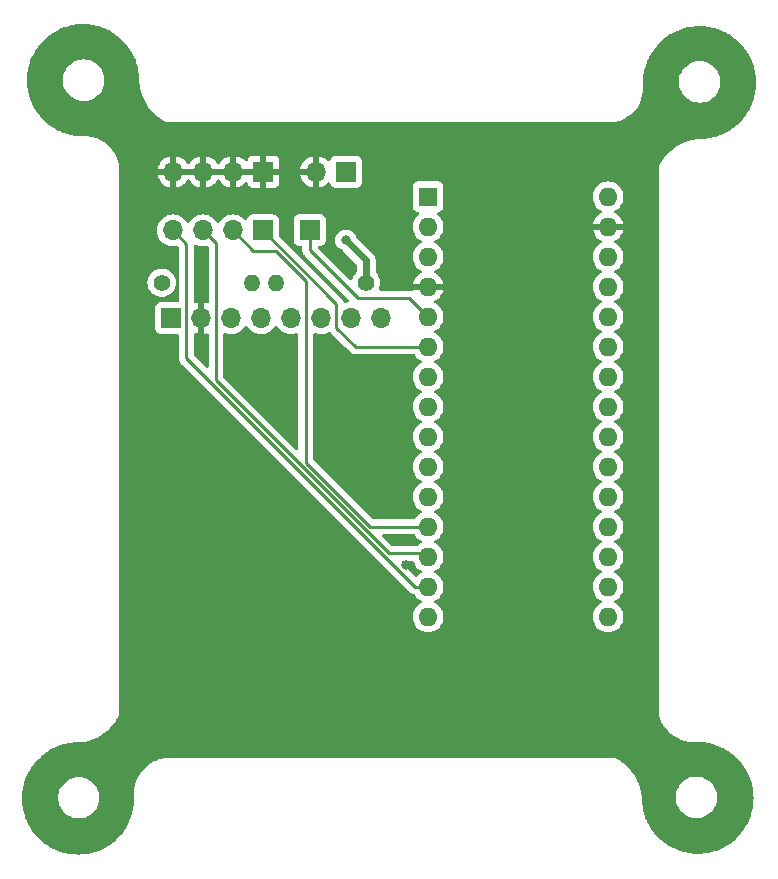
<source format=gbr>
%TF.GenerationSoftware,KiCad,Pcbnew,7.0.7*%
%TF.CreationDate,2023-10-16T17:54:11+02:00*%
%TF.ProjectId,arduino-nano-drone,61726475-696e-46f2-9d6e-616e6f2d6472,0*%
%TF.SameCoordinates,Original*%
%TF.FileFunction,Copper,L2,Bot*%
%TF.FilePolarity,Positive*%
%FSLAX46Y46*%
G04 Gerber Fmt 4.6, Leading zero omitted, Abs format (unit mm)*
G04 Created by KiCad (PCBNEW 7.0.7) date 2023-10-16 17:54:11*
%MOMM*%
%LPD*%
G01*
G04 APERTURE LIST*
%TA.AperFunction,ComponentPad*%
%ADD10R,1.700000X1.700000*%
%TD*%
%TA.AperFunction,ComponentPad*%
%ADD11O,1.700000X1.700000*%
%TD*%
%TA.AperFunction,ComponentPad*%
%ADD12C,1.400000*%
%TD*%
%TA.AperFunction,ComponentPad*%
%ADD13O,1.400000X1.400000*%
%TD*%
%TA.AperFunction,ComponentPad*%
%ADD14R,1.600000X1.600000*%
%TD*%
%TA.AperFunction,ComponentPad*%
%ADD15O,1.600000X1.600000*%
%TD*%
%TA.AperFunction,ViaPad*%
%ADD16C,0.800000*%
%TD*%
%TA.AperFunction,Conductor*%
%ADD17C,0.250000*%
%TD*%
%TA.AperFunction,Conductor*%
%ADD18C,0.600000*%
%TD*%
G04 APERTURE END LIST*
D10*
%TO.P,MPU6050,1,Pin_1*%
%TO.N,VCC*%
X98700000Y-54800000D03*
D11*
%TO.P,MPU6050,2,Pin_2*%
%TO.N,GND*%
X101240000Y-54800000D03*
%TO.P,MPU6050,3,Pin_3*%
%TO.N,/SCL*%
X103780000Y-54800000D03*
%TO.P,MPU6050,4,Pin_4*%
%TO.N,/SDA*%
X106320000Y-54800000D03*
%TO.P,MPU6050,5,Pin_5*%
%TO.N,unconnected-(J5-Pin_5-Pad5)*%
X108860000Y-54800000D03*
%TO.P,MPU6050,6,Pin_6*%
%TO.N,unconnected-(J5-Pin_6-Pad6)*%
X111400000Y-54800000D03*
%TO.P,MPU6050,7,Pin_7*%
%TO.N,unconnected-(J5-Pin_7-Pad7)*%
X113940000Y-54800000D03*
%TO.P,MPU6050,8,Pin_8*%
%TO.N,unconnected-(J5-Pin_8-Pad8)*%
X116480000Y-54800000D03*
%TD*%
D12*
%TO.P,R2,1*%
%TO.N,VCC*%
X97900000Y-51800000D03*
D13*
%TO.P,R2,2*%
%TO.N,/SCL*%
X105520000Y-51800000D03*
%TD*%
D10*
%TO.P,BT1,1,+*%
%TO.N,VCC*%
X113500000Y-42400000D03*
D11*
%TO.P,BT1,2,-*%
%TO.N,GND*%
X110960000Y-42400000D03*
%TD*%
D10*
%TO.P,M,1,Pin_1*%
%TO.N,Net-(A2-D3)*%
X106475000Y-47370000D03*
D11*
%TO.P,M,2,Pin_2*%
%TO.N,Net-(A2-D9)*%
X103935000Y-47370000D03*
%TO.P,M,3,Pin_3*%
%TO.N,Net-(A2-D10)*%
X101395000Y-47370000D03*
%TO.P,M,4,Pin_4*%
%TO.N,Net-(A2-D11)*%
X98855000Y-47370000D03*
%TD*%
D10*
%TO.P,PPM,1,Pin_1*%
%TO.N,Net-(A2-D2)*%
X110435000Y-47320000D03*
%TD*%
D14*
%TO.P,ARDUINO,1,D1/TX*%
%TO.N,unconnected-(A2-D1{slash}TX-Pad1)*%
X120460000Y-44520000D03*
D15*
%TO.P,ARDUINO,2,D0/RX*%
%TO.N,unconnected-(A2-D0{slash}RX-Pad2)*%
X120460000Y-47060000D03*
%TO.P,ARDUINO,3,~{RESET}*%
%TO.N,unconnected-(A2-~{RESET}-Pad3)*%
X120460000Y-49600000D03*
%TO.P,ARDUINO,4,GND*%
%TO.N,GND*%
X120460000Y-52140000D03*
%TO.P,ARDUINO,5,D2*%
%TO.N,Net-(A2-D2)*%
X120460000Y-54680000D03*
%TO.P,ARDUINO,6,D3*%
%TO.N,Net-(A2-D3)*%
X120460000Y-57220000D03*
%TO.P,ARDUINO,7,D4*%
%TO.N,unconnected-(A2-D4-Pad7)*%
X120460000Y-59760000D03*
%TO.P,ARDUINO,8,D5*%
%TO.N,unconnected-(A2-D5-Pad8)*%
X120460000Y-62300000D03*
%TO.P,ARDUINO,9,D6*%
%TO.N,unconnected-(A2-D6-Pad9)*%
X120460000Y-64840000D03*
%TO.P,ARDUINO,10,D7*%
%TO.N,unconnected-(A2-D7-Pad10)*%
X120460000Y-67380000D03*
%TO.P,ARDUINO,11,D8*%
%TO.N,unconnected-(A2-D8-Pad11)*%
X120460000Y-69920000D03*
%TO.P,ARDUINO,12,D9*%
%TO.N,Net-(A2-D9)*%
X120460000Y-72460000D03*
%TO.P,ARDUINO,13,D10*%
%TO.N,Net-(A2-D10)*%
X120460000Y-75000000D03*
%TO.P,ARDUINO,14,D11*%
%TO.N,Net-(A2-D11)*%
X120460000Y-77540000D03*
%TO.P,ARDUINO,15,D12*%
%TO.N,unconnected-(A2-D12-Pad15)*%
X120460000Y-80080000D03*
%TO.P,ARDUINO,16,D13*%
%TO.N,unconnected-(A2-D13-Pad16)*%
X135700000Y-80080000D03*
%TO.P,ARDUINO,17,3V3*%
%TO.N,unconnected-(A2-3V3-Pad17)*%
X135700000Y-77540000D03*
%TO.P,ARDUINO,18,AREF*%
%TO.N,unconnected-(A2-AREF-Pad18)*%
X135700000Y-75000000D03*
%TO.P,ARDUINO,19,A0*%
%TO.N,unconnected-(A2-A0-Pad19)*%
X135700000Y-72460000D03*
%TO.P,ARDUINO,20,A1*%
%TO.N,unconnected-(A2-A1-Pad20)*%
X135700000Y-69920000D03*
%TO.P,ARDUINO,21,A2*%
%TO.N,unconnected-(A2-A2-Pad21)*%
X135700000Y-67380000D03*
%TO.P,ARDUINO,22,A3*%
%TO.N,unconnected-(A2-A3-Pad22)*%
X135700000Y-64840000D03*
%TO.P,ARDUINO,23,A4*%
%TO.N,/SDA*%
X135700000Y-62300000D03*
%TO.P,ARDUINO,24,A5*%
%TO.N,/SCL*%
X135700000Y-59760000D03*
%TO.P,ARDUINO,25,A6*%
%TO.N,unconnected-(A2-A6-Pad25)*%
X135700000Y-57220000D03*
%TO.P,ARDUINO,26,A7*%
%TO.N,unconnected-(A2-A7-Pad26)*%
X135700000Y-54680000D03*
%TO.P,ARDUINO,27,+5V*%
%TO.N,VCC*%
X135700000Y-52140000D03*
%TO.P,ARDUINO,28,~{RESET}*%
%TO.N,unconnected-(A2-~{RESET}-Pad28)*%
X135700000Y-49600000D03*
%TO.P,ARDUINO,29,GND*%
%TO.N,GND*%
X135700000Y-47060000D03*
%TO.P,ARDUINO,30,VIN*%
%TO.N,unconnected-(A2-VIN-Pad30)*%
X135700000Y-44520000D03*
%TD*%
D12*
%TO.P,R1,1*%
%TO.N,VCC*%
X115220000Y-51800000D03*
D13*
%TO.P,R1,2*%
%TO.N,/SDA*%
X107600000Y-51800000D03*
%TD*%
D10*
%TO.P,MGND,1,Pin_1*%
%TO.N,GND*%
X106520000Y-42400000D03*
D11*
%TO.P,MGND,2,Pin_2*%
X103980000Y-42400000D03*
%TO.P,MGND,3,Pin_3*%
X101440000Y-42400000D03*
%TO.P,MGND,4,Pin_4*%
X98900000Y-42400000D03*
%TD*%
D16*
%TO.N,GND*%
X127500000Y-41500000D03*
X115900000Y-59000000D03*
X120700000Y-39800000D03*
X102100000Y-82400000D03*
X129550000Y-67500000D03*
X133360000Y-49770000D03*
X131610000Y-43020000D03*
X112000000Y-77100000D03*
X116700000Y-81000000D03*
X95600000Y-44500000D03*
X116300000Y-48300000D03*
X106600000Y-58500000D03*
X138700000Y-50900000D03*
X136200000Y-41300000D03*
X128800000Y-50900000D03*
X122660000Y-74070000D03*
X104700000Y-65900000D03*
X133450000Y-85200000D03*
X112500000Y-59400000D03*
X101100000Y-57000000D03*
X101200000Y-51600000D03*
X123900000Y-47900000D03*
X126550000Y-82250000D03*
X138400000Y-67200000D03*
X131410000Y-62520000D03*
X116000000Y-44800000D03*
X117000000Y-63200000D03*
X104400000Y-73600000D03*
X118600000Y-75700000D03*
X133650000Y-75700000D03*
X111000000Y-85500000D03*
X131300000Y-46300000D03*
X107500000Y-39700000D03*
X104800000Y-44900000D03*
X97800000Y-71700000D03*
X101200000Y-62700000D03*
X123100000Y-52154500D03*
X132110000Y-55020000D03*
X118000000Y-73500000D03*
X118100000Y-52000000D03*
X125400000Y-63700000D03*
%TO.N,VCC*%
X113500000Y-48200000D03*
%TD*%
D17*
%TO.N,Net-(A2-D2)*%
X110435000Y-49035000D02*
X114500000Y-53100000D01*
X114500000Y-53100000D02*
X118880000Y-53100000D01*
X118880000Y-53100000D02*
X120460000Y-54680000D01*
X110435000Y-47320000D02*
X110435000Y-49035000D01*
%TO.N,Net-(A2-D3)*%
X114320000Y-57220000D02*
X120460000Y-57220000D01*
X112700000Y-53595000D02*
X112700000Y-55600000D01*
X106475000Y-47370000D02*
X112700000Y-53595000D01*
X112700000Y-55600000D02*
X114320000Y-57220000D01*
%TO.N,Net-(A2-D9)*%
X110100000Y-67027208D02*
X115532792Y-72460000D01*
X103935000Y-47370000D02*
X105665000Y-49100000D01*
X105665000Y-49100000D02*
X107568604Y-49100000D01*
X110100000Y-51631396D02*
X107568604Y-49100000D01*
X110100000Y-51631396D02*
X110100000Y-67027208D01*
X115532792Y-72460000D02*
X120460000Y-72460000D01*
%TO.N,Net-(A2-D10)*%
X102500000Y-60063604D02*
X117161396Y-74725000D01*
X101395000Y-47370000D02*
X102500000Y-48475000D01*
X102500000Y-48475000D02*
X102500000Y-60063604D01*
X120400305Y-74725000D02*
X120567652Y-74892348D01*
X117161396Y-74725000D02*
X120400305Y-74725000D01*
%TO.N,Net-(A2-D11)*%
X119340000Y-77540000D02*
X120460000Y-77540000D01*
X100000000Y-58200000D02*
X119340000Y-77540000D01*
X98855000Y-47370000D02*
X100000000Y-48515000D01*
X100000000Y-48515000D02*
X100000000Y-58200000D01*
D18*
%TO.N,VCC*%
X115220000Y-49920000D02*
X115220000Y-51800000D01*
X113500000Y-48200000D02*
X115220000Y-49920000D01*
%TD*%
%TA.AperFunction,Conductor*%
%TO.N,GND*%
G36*
X119179429Y-75370185D02*
G01*
X119225184Y-75422989D01*
X119232165Y-75442407D01*
X119233258Y-75446488D01*
X119233261Y-75446497D01*
X119329431Y-75652732D01*
X119329432Y-75652734D01*
X119459954Y-75839141D01*
X119620858Y-76000045D01*
X119620861Y-76000047D01*
X119807266Y-76130568D01*
X119865275Y-76157618D01*
X119917714Y-76203791D01*
X119936866Y-76270984D01*
X119916650Y-76337865D01*
X119865275Y-76382382D01*
X119807267Y-76409431D01*
X119807265Y-76409432D01*
X119620858Y-76539954D01*
X119510383Y-76650430D01*
X119449060Y-76683915D01*
X119379368Y-76678931D01*
X119335021Y-76650430D01*
X118246772Y-75562181D01*
X118213287Y-75500858D01*
X118218271Y-75431166D01*
X118260143Y-75375233D01*
X118325607Y-75350816D01*
X118334453Y-75350500D01*
X119112390Y-75350500D01*
X119179429Y-75370185D01*
G37*
%TD.AperFunction*%
%TA.AperFunction,Conductor*%
G36*
X119312851Y-73105185D02*
G01*
X119347387Y-73138377D01*
X119459954Y-73299141D01*
X119620858Y-73460045D01*
X119620861Y-73460047D01*
X119807266Y-73590568D01*
X119865275Y-73617618D01*
X119917714Y-73663791D01*
X119936866Y-73730984D01*
X119916650Y-73797865D01*
X119865275Y-73842382D01*
X119807267Y-73869431D01*
X119807265Y-73869432D01*
X119620862Y-73999951D01*
X119589248Y-74031566D01*
X119557631Y-74063182D01*
X119496311Y-74096666D01*
X119469952Y-74099500D01*
X117471848Y-74099500D01*
X117404809Y-74079815D01*
X117384167Y-74063181D01*
X116618167Y-73297181D01*
X116584682Y-73235858D01*
X116589666Y-73166166D01*
X116631538Y-73110233D01*
X116697002Y-73085816D01*
X116705848Y-73085500D01*
X119245812Y-73085500D01*
X119312851Y-73105185D01*
G37*
%TD.AperFunction*%
%TA.AperFunction,Conductor*%
G36*
X112208120Y-55993262D02*
G01*
X112215277Y-55999867D01*
X112215930Y-56000520D01*
X112228628Y-56015376D01*
X112240405Y-56031586D01*
X112240406Y-56031587D01*
X112276309Y-56061288D01*
X112280620Y-56065210D01*
X113435407Y-57219998D01*
X113819197Y-57603788D01*
X113829022Y-57616051D01*
X113829243Y-57615869D01*
X113834214Y-57621878D01*
X113860217Y-57646295D01*
X113884635Y-57669226D01*
X113905529Y-57690120D01*
X113911011Y-57694373D01*
X113915443Y-57698157D01*
X113949418Y-57730062D01*
X113966976Y-57739714D01*
X113983233Y-57750393D01*
X113999064Y-57762673D01*
X114018737Y-57771186D01*
X114041833Y-57781182D01*
X114047077Y-57783750D01*
X114087908Y-57806197D01*
X114100523Y-57809435D01*
X114107305Y-57811177D01*
X114125719Y-57817481D01*
X114144104Y-57825438D01*
X114190157Y-57832732D01*
X114195826Y-57833906D01*
X114240981Y-57845500D01*
X114261016Y-57845500D01*
X114280413Y-57847026D01*
X114300196Y-57850160D01*
X114346583Y-57845775D01*
X114352422Y-57845500D01*
X119245812Y-57845500D01*
X119312851Y-57865185D01*
X119347387Y-57898377D01*
X119459954Y-58059141D01*
X119620858Y-58220045D01*
X119787772Y-58336918D01*
X119807266Y-58350568D01*
X119865278Y-58377619D01*
X119917713Y-58423788D01*
X119936866Y-58490982D01*
X119916651Y-58557863D01*
X119865277Y-58602380D01*
X119807268Y-58629430D01*
X119807265Y-58629432D01*
X119620858Y-58759954D01*
X119459954Y-58920858D01*
X119329432Y-59107265D01*
X119329431Y-59107267D01*
X119233261Y-59313502D01*
X119233258Y-59313511D01*
X119174366Y-59533302D01*
X119174364Y-59533313D01*
X119154532Y-59759998D01*
X119154532Y-59760001D01*
X119174364Y-59986686D01*
X119174366Y-59986697D01*
X119233258Y-60206488D01*
X119233261Y-60206497D01*
X119329431Y-60412732D01*
X119329432Y-60412734D01*
X119459954Y-60599141D01*
X119620858Y-60760045D01*
X119620861Y-60760047D01*
X119807266Y-60890568D01*
X119865278Y-60917619D01*
X119917713Y-60963788D01*
X119936866Y-61030982D01*
X119916651Y-61097863D01*
X119865277Y-61142380D01*
X119807268Y-61169430D01*
X119807265Y-61169432D01*
X119620858Y-61299954D01*
X119459954Y-61460858D01*
X119329432Y-61647265D01*
X119329431Y-61647267D01*
X119233261Y-61853502D01*
X119233258Y-61853511D01*
X119174366Y-62073302D01*
X119174364Y-62073313D01*
X119154532Y-62299998D01*
X119154532Y-62300001D01*
X119174364Y-62526686D01*
X119174366Y-62526697D01*
X119233258Y-62746488D01*
X119233261Y-62746497D01*
X119329431Y-62952732D01*
X119329432Y-62952734D01*
X119459954Y-63139141D01*
X119620858Y-63300045D01*
X119620861Y-63300047D01*
X119807266Y-63430568D01*
X119865275Y-63457618D01*
X119917714Y-63503791D01*
X119936866Y-63570984D01*
X119916650Y-63637865D01*
X119865275Y-63682382D01*
X119807267Y-63709431D01*
X119807265Y-63709432D01*
X119620858Y-63839954D01*
X119459954Y-64000858D01*
X119329432Y-64187265D01*
X119329431Y-64187267D01*
X119233261Y-64393502D01*
X119233258Y-64393511D01*
X119174366Y-64613302D01*
X119174364Y-64613313D01*
X119154532Y-64839998D01*
X119154532Y-64840001D01*
X119174364Y-65066686D01*
X119174366Y-65066697D01*
X119233258Y-65286488D01*
X119233261Y-65286497D01*
X119329431Y-65492732D01*
X119329432Y-65492734D01*
X119459954Y-65679141D01*
X119620858Y-65840045D01*
X119620861Y-65840047D01*
X119807266Y-65970568D01*
X119865275Y-65997618D01*
X119917714Y-66043791D01*
X119936866Y-66110984D01*
X119916650Y-66177865D01*
X119865275Y-66222382D01*
X119807267Y-66249431D01*
X119807265Y-66249432D01*
X119620858Y-66379954D01*
X119459954Y-66540858D01*
X119329432Y-66727265D01*
X119329431Y-66727267D01*
X119233261Y-66933502D01*
X119233258Y-66933511D01*
X119174366Y-67153302D01*
X119174364Y-67153313D01*
X119154532Y-67379998D01*
X119154532Y-67380001D01*
X119174364Y-67606686D01*
X119174366Y-67606697D01*
X119233258Y-67826488D01*
X119233261Y-67826497D01*
X119329431Y-68032732D01*
X119329432Y-68032734D01*
X119459954Y-68219141D01*
X119620858Y-68380045D01*
X119620861Y-68380047D01*
X119807266Y-68510568D01*
X119865275Y-68537618D01*
X119917714Y-68583791D01*
X119936866Y-68650984D01*
X119916650Y-68717865D01*
X119865275Y-68762382D01*
X119807267Y-68789431D01*
X119807265Y-68789432D01*
X119620858Y-68919954D01*
X119459954Y-69080858D01*
X119329432Y-69267265D01*
X119329431Y-69267267D01*
X119233261Y-69473502D01*
X119233258Y-69473511D01*
X119174366Y-69693302D01*
X119174364Y-69693313D01*
X119154532Y-69919998D01*
X119154532Y-69920001D01*
X119174364Y-70146686D01*
X119174366Y-70146697D01*
X119233258Y-70366488D01*
X119233261Y-70366497D01*
X119329431Y-70572732D01*
X119329432Y-70572734D01*
X119459954Y-70759141D01*
X119620858Y-70920045D01*
X119620861Y-70920047D01*
X119807266Y-71050568D01*
X119865275Y-71077618D01*
X119917714Y-71123791D01*
X119936866Y-71190984D01*
X119916650Y-71257865D01*
X119865275Y-71302382D01*
X119807267Y-71329431D01*
X119807265Y-71329432D01*
X119620858Y-71459954D01*
X119459954Y-71620858D01*
X119347387Y-71781623D01*
X119292811Y-71825248D01*
X119245812Y-71834500D01*
X115843245Y-71834500D01*
X115776206Y-71814815D01*
X115755564Y-71798181D01*
X110761819Y-66804436D01*
X110728334Y-66743113D01*
X110725500Y-66716755D01*
X110725500Y-56170228D01*
X110745185Y-56103189D01*
X110797989Y-56057434D01*
X110867147Y-56047490D01*
X110901901Y-56057845D01*
X110936337Y-56073903D01*
X110936342Y-56073904D01*
X110936344Y-56073905D01*
X110947798Y-56076974D01*
X111164592Y-56135063D01*
X111341034Y-56150500D01*
X111399999Y-56155659D01*
X111400000Y-56155659D01*
X111400001Y-56155659D01*
X111458966Y-56150500D01*
X111635408Y-56135063D01*
X111863663Y-56073903D01*
X112075259Y-55975233D01*
X112144336Y-55964742D01*
X112208120Y-55993262D01*
G37*
%TD.AperFunction*%
%TA.AperFunction,Conductor*%
G36*
X107674854Y-55466546D02*
G01*
X107691574Y-55485841D01*
X107821505Y-55671401D01*
X107988599Y-55838495D01*
X108085384Y-55906264D01*
X108182165Y-55974032D01*
X108182167Y-55974033D01*
X108182170Y-55974035D01*
X108396337Y-56073903D01*
X108396343Y-56073904D01*
X108396344Y-56073905D01*
X108407798Y-56076974D01*
X108624592Y-56135063D01*
X108801034Y-56150500D01*
X108859999Y-56155659D01*
X108860000Y-56155659D01*
X108860001Y-56155659D01*
X108918966Y-56150500D01*
X109095408Y-56135063D01*
X109318408Y-56075311D01*
X109388257Y-56076974D01*
X109446119Y-56116137D01*
X109473623Y-56180365D01*
X109474500Y-56195086D01*
X109474500Y-65854151D01*
X109454815Y-65921190D01*
X109402011Y-65966945D01*
X109332853Y-65976889D01*
X109269297Y-65947864D01*
X109262819Y-65941832D01*
X103161819Y-59840832D01*
X103128334Y-59779509D01*
X103125500Y-59753151D01*
X103125500Y-56179554D01*
X103145185Y-56112515D01*
X103197989Y-56066760D01*
X103267147Y-56056816D01*
X103301901Y-56067171D01*
X103316337Y-56073903D01*
X103316341Y-56073904D01*
X103316344Y-56073905D01*
X103327798Y-56076974D01*
X103544592Y-56135063D01*
X103721034Y-56150500D01*
X103779999Y-56155659D01*
X103780000Y-56155659D01*
X103780001Y-56155659D01*
X103838966Y-56150500D01*
X104015408Y-56135063D01*
X104243663Y-56073903D01*
X104457830Y-55974035D01*
X104651401Y-55838495D01*
X104818495Y-55671401D01*
X104948426Y-55485841D01*
X105003002Y-55442217D01*
X105072500Y-55435023D01*
X105134855Y-55466546D01*
X105151575Y-55485842D01*
X105281500Y-55671395D01*
X105281505Y-55671401D01*
X105448599Y-55838495D01*
X105545384Y-55906264D01*
X105642165Y-55974032D01*
X105642167Y-55974033D01*
X105642170Y-55974035D01*
X105856337Y-56073903D01*
X105856343Y-56073904D01*
X105856344Y-56073905D01*
X105867798Y-56076974D01*
X106084592Y-56135063D01*
X106261034Y-56150500D01*
X106319999Y-56155659D01*
X106320000Y-56155659D01*
X106320001Y-56155659D01*
X106378966Y-56150500D01*
X106555408Y-56135063D01*
X106783663Y-56073903D01*
X106997830Y-55974035D01*
X107191401Y-55838495D01*
X107358495Y-55671401D01*
X107488426Y-55485840D01*
X107543001Y-55442217D01*
X107612499Y-55435023D01*
X107674854Y-55466546D01*
G37*
%TD.AperFunction*%
%TA.AperFunction,Conductor*%
G36*
X101417512Y-55299507D02*
G01*
X101470315Y-55345262D01*
X101490000Y-55412301D01*
X101490000Y-56130633D01*
X101703483Y-56073433D01*
X101708083Y-56071759D01*
X101777812Y-56067324D01*
X101838869Y-56101291D01*
X101871870Y-56162877D01*
X101874500Y-56188279D01*
X101874500Y-58890546D01*
X101854815Y-58957585D01*
X101802011Y-59003340D01*
X101732853Y-59013284D01*
X101669297Y-58984259D01*
X101662819Y-58978227D01*
X100661819Y-57977228D01*
X100628334Y-57915905D01*
X100625500Y-57889547D01*
X100625500Y-56194568D01*
X100645185Y-56127529D01*
X100697989Y-56081774D01*
X100767147Y-56071830D01*
X100781593Y-56074793D01*
X100989999Y-56130633D01*
X100989999Y-55412301D01*
X101009683Y-55345262D01*
X101062487Y-55299507D01*
X101131646Y-55289563D01*
X101138380Y-55290531D01*
X101204237Y-55300000D01*
X101204238Y-55300000D01*
X101275762Y-55300000D01*
X101275763Y-55300000D01*
X101348353Y-55289563D01*
X101417512Y-55299507D01*
G37*
%TD.AperFunction*%
%TA.AperFunction,Conductor*%
G36*
X100801900Y-48583545D02*
G01*
X100931337Y-48643903D01*
X101159592Y-48705063D01*
X101347918Y-48721539D01*
X101394999Y-48725659D01*
X101395000Y-48725659D01*
X101395001Y-48725659D01*
X101434234Y-48722226D01*
X101630408Y-48705063D01*
X101718410Y-48681483D01*
X101788256Y-48683146D01*
X101846118Y-48722308D01*
X101873623Y-48786536D01*
X101874500Y-48801258D01*
X101874500Y-53411720D01*
X101854815Y-53478759D01*
X101802011Y-53524514D01*
X101732853Y-53534458D01*
X101708094Y-53528243D01*
X101703501Y-53526571D01*
X101490000Y-53469364D01*
X101490000Y-54187698D01*
X101470315Y-54254737D01*
X101417511Y-54300492D01*
X101348355Y-54310436D01*
X101275766Y-54300000D01*
X101275763Y-54300000D01*
X101204237Y-54300000D01*
X101204233Y-54300000D01*
X101131644Y-54310436D01*
X101062486Y-54300492D01*
X101009683Y-54254736D01*
X100989999Y-54187698D01*
X100989999Y-53469363D01*
X100781593Y-53525206D01*
X100711744Y-53523543D01*
X100653881Y-53484381D01*
X100626377Y-53420152D01*
X100625500Y-53405431D01*
X100625500Y-48695929D01*
X100645185Y-48628890D01*
X100697989Y-48583135D01*
X100767147Y-48573191D01*
X100801900Y-48583545D01*
G37*
%TD.AperFunction*%
%TA.AperFunction,Conductor*%
G36*
X100893692Y-42169685D02*
G01*
X100939447Y-42222489D01*
X100949391Y-42291647D01*
X100945631Y-42308933D01*
X100940000Y-42328111D01*
X100940000Y-42471888D01*
X100945631Y-42491067D01*
X100945630Y-42560936D01*
X100907855Y-42619714D01*
X100844299Y-42648738D01*
X100826653Y-42650000D01*
X99513347Y-42650000D01*
X99446308Y-42630315D01*
X99400553Y-42577511D01*
X99390609Y-42508353D01*
X99394369Y-42491067D01*
X99400000Y-42471888D01*
X99400000Y-42328111D01*
X99394369Y-42308933D01*
X99394370Y-42239064D01*
X99432145Y-42180286D01*
X99495701Y-42151262D01*
X99513347Y-42150000D01*
X100826653Y-42150000D01*
X100893692Y-42169685D01*
G37*
%TD.AperFunction*%
%TA.AperFunction,Conductor*%
G36*
X103433692Y-42169685D02*
G01*
X103479447Y-42222489D01*
X103489391Y-42291647D01*
X103485631Y-42308933D01*
X103480000Y-42328111D01*
X103480000Y-42471888D01*
X103485631Y-42491067D01*
X103485630Y-42560936D01*
X103447855Y-42619714D01*
X103384299Y-42648738D01*
X103366653Y-42650000D01*
X102053347Y-42650000D01*
X101986308Y-42630315D01*
X101940553Y-42577511D01*
X101930609Y-42508353D01*
X101934369Y-42491067D01*
X101940000Y-42471888D01*
X101940000Y-42328111D01*
X101934369Y-42308933D01*
X101934370Y-42239064D01*
X101972145Y-42180286D01*
X102035701Y-42151262D01*
X102053347Y-42150000D01*
X103366653Y-42150000D01*
X103433692Y-42169685D01*
G37*
%TD.AperFunction*%
%TA.AperFunction,Conductor*%
G36*
X105973692Y-42169685D02*
G01*
X106019447Y-42222489D01*
X106029391Y-42291647D01*
X106025631Y-42308933D01*
X106020000Y-42328111D01*
X106020000Y-42471888D01*
X106025631Y-42491067D01*
X106025630Y-42560936D01*
X105987855Y-42619714D01*
X105924299Y-42648738D01*
X105906653Y-42650000D01*
X104593347Y-42650000D01*
X104526308Y-42630315D01*
X104480553Y-42577511D01*
X104470609Y-42508353D01*
X104474369Y-42491067D01*
X104480000Y-42471888D01*
X104480000Y-42328111D01*
X104474369Y-42308933D01*
X104474370Y-42239064D01*
X104512145Y-42180286D01*
X104575701Y-42151262D01*
X104593347Y-42150000D01*
X105906653Y-42150000D01*
X105973692Y-42169685D01*
G37*
%TD.AperFunction*%
%TA.AperFunction,Conductor*%
G36*
X91330763Y-29899526D02*
G01*
X91341337Y-29900014D01*
X91528432Y-29908664D01*
X91737580Y-29924489D01*
X91760586Y-29926230D01*
X91764474Y-29926648D01*
X91959875Y-29953905D01*
X92189981Y-29992491D01*
X92193890Y-29993277D01*
X92385259Y-30038286D01*
X92601819Y-30095146D01*
X92611516Y-30097692D01*
X92615455Y-30098867D01*
X92801128Y-30161098D01*
X93021740Y-30240974D01*
X93025624Y-30242533D01*
X93157764Y-30300879D01*
X93203915Y-30321257D01*
X93417152Y-30421127D01*
X93420983Y-30423088D01*
X93590217Y-30517350D01*
X93708681Y-30586543D01*
X93794451Y-30636640D01*
X93798220Y-30639026D01*
X93956896Y-30747721D01*
X94059288Y-30820705D01*
X94150535Y-30885746D01*
X94154158Y-30888535D01*
X94300836Y-31010335D01*
X94482383Y-31166341D01*
X94485803Y-31169512D01*
X94619171Y-31302880D01*
X94718378Y-31405130D01*
X94787223Y-31476087D01*
X94790424Y-31479653D01*
X94909209Y-31622700D01*
X94943796Y-31665499D01*
X95023197Y-31763754D01*
X95062515Y-31812407D01*
X95065438Y-31816334D01*
X95125386Y-31903847D01*
X95168511Y-31966801D01*
X95229235Y-32057680D01*
X95305928Y-32172460D01*
X95308543Y-32176737D01*
X95394992Y-32331944D01*
X95515461Y-32553290D01*
X95517723Y-32557888D01*
X95586673Y-32714047D01*
X95689328Y-32951661D01*
X95691199Y-32956549D01*
X95741976Y-33108044D01*
X95826088Y-33364281D01*
X95827535Y-33369425D01*
X95859614Y-33505820D01*
X95924587Y-33787677D01*
X95925577Y-33793041D01*
X95938585Y-33886289D01*
X95983819Y-34217004D01*
X95984327Y-34222600D01*
X96003644Y-34648602D01*
X96003708Y-34651411D01*
X96003708Y-34689713D01*
X96004951Y-34700062D01*
X96008281Y-34834072D01*
X96035567Y-35066073D01*
X96041035Y-35138617D01*
X96045683Y-35152085D01*
X96051292Y-35199776D01*
X96051293Y-35199783D01*
X96110165Y-35477193D01*
X96118400Y-35523597D01*
X96121424Y-35530247D01*
X96127735Y-35559988D01*
X96127738Y-35559998D01*
X96233198Y-35899516D01*
X96233199Y-35899518D01*
X96236974Y-35911670D01*
X96378061Y-36251784D01*
X96378062Y-36251788D01*
X96549820Y-36577500D01*
X96549833Y-36577524D01*
X96649949Y-36731231D01*
X96750804Y-36886072D01*
X96979291Y-37174847D01*
X96979294Y-37174850D01*
X96979298Y-37174855D01*
X97012209Y-37209383D01*
X97233354Y-37441398D01*
X97233367Y-37441410D01*
X97233373Y-37441415D01*
X97242678Y-37449532D01*
X97242693Y-37449545D01*
X97474376Y-37651653D01*
X97510844Y-37683466D01*
X97534905Y-37700836D01*
X97535505Y-37701269D01*
X97539048Y-37705835D01*
X97579437Y-37732984D01*
X97809409Y-37899003D01*
X97850759Y-37923410D01*
X97858450Y-37931633D01*
X97925315Y-37967418D01*
X98126509Y-38086176D01*
X98126539Y-38086192D01*
X98273789Y-38155694D01*
X98277943Y-38158592D01*
X98291507Y-38164151D01*
X98294544Y-38165492D01*
X98299185Y-38167691D01*
X98315587Y-38164847D01*
X136139203Y-38209893D01*
X136153970Y-38214249D01*
X136167762Y-38211894D01*
X136169711Y-38211746D01*
X136179264Y-38209941D01*
X136179266Y-38209942D01*
X136179267Y-38209941D01*
X136182938Y-38209248D01*
X136342683Y-38182155D01*
X136537511Y-38126475D01*
X136540515Y-38125699D01*
X136614241Y-38108613D01*
X136630348Y-38099943D01*
X136661473Y-38091049D01*
X136886705Y-37998769D01*
X136942471Y-37978577D01*
X136951817Y-37972092D01*
X136968274Y-37965350D01*
X137229073Y-37823101D01*
X137253542Y-37810761D01*
X137256587Y-37808093D01*
X137259345Y-37806590D01*
X137531138Y-37616705D01*
X137780336Y-37398011D01*
X138003903Y-37153173D01*
X138199112Y-36885179D01*
X138363581Y-36597295D01*
X138495307Y-36293033D01*
X138496227Y-36290037D01*
X138498006Y-36287342D01*
X138505416Y-36260128D01*
X138592682Y-35976102D01*
X138595998Y-35958632D01*
X138600135Y-35950550D01*
X138609131Y-35889455D01*
X138614965Y-35858724D01*
X138654520Y-35650367D01*
X138657012Y-35618108D01*
X138662201Y-35604435D01*
X138664295Y-35524892D01*
X138664455Y-35521800D01*
X138680065Y-35319799D01*
X138676212Y-35203914D01*
X138677445Y-35199132D01*
X138674649Y-35155518D01*
X138674533Y-35152744D01*
X138670426Y-34931187D01*
X141699500Y-34931187D01*
X141715297Y-35035985D01*
X141738604Y-35190615D01*
X141738605Y-35190617D01*
X141738606Y-35190623D01*
X141815938Y-35441326D01*
X141929767Y-35677696D01*
X141929768Y-35677697D01*
X141929770Y-35677700D01*
X141929772Y-35677704D01*
X141975299Y-35744479D01*
X142077567Y-35894479D01*
X142256014Y-36086801D01*
X142256018Y-36086804D01*
X142256019Y-36086805D01*
X142461143Y-36250386D01*
X142688357Y-36381568D01*
X142932584Y-36477420D01*
X143188370Y-36535802D01*
X143188376Y-36535802D01*
X143188379Y-36535803D01*
X143384500Y-36550500D01*
X143384506Y-36550500D01*
X143515500Y-36550500D01*
X143711620Y-36535803D01*
X143711622Y-36535802D01*
X143711630Y-36535802D01*
X143967416Y-36477420D01*
X144211643Y-36381568D01*
X144438857Y-36250386D01*
X144643981Y-36086805D01*
X144649059Y-36081333D01*
X144762905Y-35958635D01*
X144822433Y-35894479D01*
X144970228Y-35677704D01*
X144983389Y-35650376D01*
X145042464Y-35527704D01*
X145084063Y-35441323D01*
X145161396Y-35190615D01*
X145200500Y-34931182D01*
X145200500Y-34668818D01*
X145161396Y-34409385D01*
X145084063Y-34158677D01*
X145011825Y-34008673D01*
X144970232Y-33922303D01*
X144970231Y-33922302D01*
X144970230Y-33922301D01*
X144970228Y-33922296D01*
X144822433Y-33705521D01*
X144756234Y-33634175D01*
X144643985Y-33513198D01*
X144570780Y-33454819D01*
X144438857Y-33349614D01*
X144211643Y-33218432D01*
X143967416Y-33122580D01*
X143967411Y-33122578D01*
X143967402Y-33122576D01*
X143730180Y-33068432D01*
X143711630Y-33064198D01*
X143711629Y-33064197D01*
X143711625Y-33064197D01*
X143711620Y-33064196D01*
X143515500Y-33049500D01*
X143515494Y-33049500D01*
X143384506Y-33049500D01*
X143384500Y-33049500D01*
X143188379Y-33064196D01*
X143188374Y-33064197D01*
X142932597Y-33122576D01*
X142932578Y-33122582D01*
X142688356Y-33218432D01*
X142461143Y-33349614D01*
X142256014Y-33513198D01*
X142077567Y-33705520D01*
X141929768Y-33922302D01*
X141929767Y-33922303D01*
X141815938Y-34158673D01*
X141738606Y-34409376D01*
X141738605Y-34409381D01*
X141738604Y-34409385D01*
X141725756Y-34494626D01*
X141699500Y-34668812D01*
X141699500Y-34931187D01*
X138670426Y-34931187D01*
X138666620Y-34725917D01*
X138666768Y-34720331D01*
X138679716Y-34539735D01*
X138691018Y-34382098D01*
X138697622Y-34293237D01*
X138698254Y-34287896D01*
X138745342Y-33999211D01*
X138768034Y-33863790D01*
X138769124Y-33858651D01*
X138836886Y-33595258D01*
X138837896Y-33591430D01*
X138877159Y-33442558D01*
X138878670Y-33437669D01*
X138966095Y-33192020D01*
X138996722Y-33108044D01*
X139024075Y-33033042D01*
X139026018Y-33028329D01*
X139027269Y-33025616D01*
X139132186Y-32798066D01*
X139207598Y-32638526D01*
X139209876Y-32634169D01*
X139333935Y-32418567D01*
X139426188Y-32262340D01*
X139428786Y-32258310D01*
X139569690Y-32057672D01*
X139581108Y-32041856D01*
X139678030Y-31907589D01*
X139680929Y-31903883D01*
X139837577Y-31718794D01*
X139961050Y-31577189D01*
X139964197Y-31573843D01*
X140135402Y-31405045D01*
X140272876Y-31273897D01*
X140276257Y-31270902D01*
X140460656Y-31119266D01*
X140611008Y-31000149D01*
X140614488Y-30997590D01*
X140810690Y-30863909D01*
X140972524Y-30758306D01*
X140976182Y-30756097D01*
X141182645Y-30641158D01*
X141354536Y-30550285D01*
X141358275Y-30548470D01*
X141573427Y-30452939D01*
X141753835Y-30377838D01*
X141757617Y-30376410D01*
X141979760Y-30300877D01*
X142167112Y-30242384D01*
X142170923Y-30241328D01*
X142398356Y-30186240D01*
X142590967Y-30145029D01*
X142594793Y-30144336D01*
X142825728Y-30110018D01*
X143021909Y-30086575D01*
X143025680Y-30086241D01*
X143258341Y-30072868D01*
X143456385Y-30067503D01*
X143460043Y-30067513D01*
X143692591Y-30075120D01*
X143890783Y-30087973D01*
X143894228Y-30088297D01*
X144115094Y-30115559D01*
X144124910Y-30116771D01*
X144204070Y-30129270D01*
X144321417Y-30147798D01*
X144324827Y-30148435D01*
X144551749Y-30197496D01*
X144627969Y-30216833D01*
X144744882Y-30246493D01*
X144748116Y-30247407D01*
X144969525Y-30316634D01*
X145157614Y-30383231D01*
X145160648Y-30384397D01*
X145374804Y-30473216D01*
X145556201Y-30556879D01*
X145559025Y-30558271D01*
X145764227Y-30665953D01*
X145868774Y-30726368D01*
X145937343Y-30765992D01*
X145939934Y-30767575D01*
X146089177Y-30863948D01*
X146134582Y-30893268D01*
X146297886Y-31008828D01*
X146300257Y-31010592D01*
X146482796Y-31153284D01*
X146634903Y-31283412D01*
X146637014Y-31285303D01*
X146736130Y-31378308D01*
X146804941Y-31442877D01*
X146806972Y-31444872D01*
X146877114Y-31517024D01*
X146946503Y-31588401D01*
X147094663Y-31754933D01*
X147100506Y-31761500D01*
X147102417Y-31763754D01*
X147228127Y-31919392D01*
X147365935Y-32105658D01*
X147367694Y-32108164D01*
X147478513Y-32274545D01*
X147539478Y-32374685D01*
X147599018Y-32472486D01*
X147600597Y-32475235D01*
X147695607Y-32650926D01*
X147797861Y-32859014D01*
X147799228Y-32861993D01*
X147877634Y-33045449D01*
X147907251Y-33122576D01*
X147960793Y-33262011D01*
X147961913Y-33265186D01*
X148023085Y-33454819D01*
X148086455Y-33678118D01*
X148087314Y-33681503D01*
X148130772Y-33875660D01*
X148173831Y-34103980D01*
X148174395Y-34107532D01*
X148199815Y-34304491D01*
X148222178Y-34536037D01*
X148222424Y-34539735D01*
X148229655Y-34737713D01*
X148231093Y-34970709D01*
X148231000Y-34974522D01*
X148220072Y-35171795D01*
X148200503Y-35404400D01*
X148200051Y-35408296D01*
X148171162Y-35603146D01*
X148130646Y-35833577D01*
X148129819Y-35837520D01*
X148083362Y-36028158D01*
X148022107Y-36254628D01*
X148020894Y-36258583D01*
X147957422Y-36443362D01*
X147875777Y-36664094D01*
X147874170Y-36668022D01*
X147794416Y-36845316D01*
X147692861Y-37058598D01*
X147690854Y-37062459D01*
X147614100Y-37198221D01*
X147607790Y-37209383D01*
X147595768Y-37230645D01*
X147576792Y-37262701D01*
X147474852Y-37434902D01*
X147472444Y-37438654D01*
X147363148Y-37596235D01*
X147223567Y-37789856D01*
X147220762Y-37793459D01*
X147098603Y-37939005D01*
X146941078Y-38120531D01*
X146937884Y-38123943D01*
X146804432Y-38256144D01*
X146629716Y-38424195D01*
X146626145Y-38427374D01*
X146483282Y-38545008D01*
X146292040Y-38698347D01*
X146288108Y-38701253D01*
X146138061Y-38803247D01*
X145930855Y-38940707D01*
X145926583Y-38943300D01*
X145772174Y-39028689D01*
X145549131Y-39149272D01*
X145544545Y-39151513D01*
X145389634Y-39219453D01*
X145150013Y-39322320D01*
X145145143Y-39324173D01*
X144995510Y-39374003D01*
X144736849Y-39458401D01*
X144731726Y-39459833D01*
X144598012Y-39491088D01*
X144312976Y-39556410D01*
X144307639Y-39557389D01*
X144219042Y-39569673D01*
X143883385Y-39615321D01*
X143877820Y-39615824D01*
X143465883Y-39634397D01*
X143451374Y-39635052D01*
X143448583Y-39635115D01*
X143416814Y-39635115D01*
X143401123Y-39637128D01*
X143269759Y-39642539D01*
X143042451Y-39672727D01*
X142969764Y-39679347D01*
X142956522Y-39684139D01*
X142912158Y-39690032D01*
X142912152Y-39690033D01*
X142912147Y-39690034D01*
X142640608Y-39751533D01*
X142593756Y-39760531D01*
X142587157Y-39763638D01*
X142560339Y-39769712D01*
X142560328Y-39769715D01*
X142560326Y-39769716D01*
X142520548Y-39782607D01*
X142228043Y-39877406D01*
X142226964Y-39877727D01*
X142226849Y-39877794D01*
X142217158Y-39880934D01*
X142217150Y-39880937D01*
X141885476Y-40022774D01*
X141567989Y-40194076D01*
X141267328Y-40393422D01*
X140985963Y-40619171D01*
X140726196Y-40869478D01*
X140726175Y-40869500D01*
X140719512Y-40877201D01*
X140719431Y-40877252D01*
X140718706Y-40878134D01*
X140662646Y-40942928D01*
X140490163Y-41142282D01*
X140490153Y-41142295D01*
X140474114Y-41164640D01*
X140469567Y-41168187D01*
X140442150Y-41209172D01*
X140279800Y-41435352D01*
X140279791Y-41435366D01*
X140257109Y-41473912D01*
X140248993Y-41481522D01*
X140213143Y-41548628D01*
X140096851Y-41746255D01*
X140096839Y-41746278D01*
X140028546Y-41890965D01*
X140025833Y-41894913D01*
X140020428Y-41907988D01*
X140019205Y-41910753D01*
X140016949Y-41915534D01*
X140019786Y-41931900D01*
X139976297Y-88151065D01*
X139971957Y-88165791D01*
X139974492Y-88180731D01*
X139974448Y-88181098D01*
X139975141Y-88184552D01*
X139976257Y-88191132D01*
X139976257Y-88191133D01*
X140003983Y-88354576D01*
X140035492Y-88464819D01*
X140060027Y-88550662D01*
X140060813Y-88553702D01*
X140077772Y-88626873D01*
X140086377Y-88642858D01*
X140095097Y-88673366D01*
X140095097Y-88673368D01*
X140187989Y-88900078D01*
X140207930Y-88955145D01*
X140214331Y-88964369D01*
X140220803Y-88980163D01*
X140364066Y-89242811D01*
X140375885Y-89266245D01*
X140377731Y-89268351D01*
X140377770Y-89268328D01*
X140377911Y-89268556D01*
X140378435Y-89269154D01*
X140379572Y-89271238D01*
X140523210Y-89476827D01*
X140569463Y-89543029D01*
X140569467Y-89543034D01*
X140788160Y-89792222D01*
X140788159Y-89792222D01*
X140969566Y-89957864D01*
X141033006Y-90015791D01*
X141301005Y-90210998D01*
X141301015Y-90211003D01*
X141301020Y-90211007D01*
X141588879Y-90375459D01*
X141588888Y-90375463D01*
X141588893Y-90375466D01*
X141893159Y-90507190D01*
X141895418Y-90507884D01*
X141895896Y-90508200D01*
X141896379Y-90508378D01*
X141896337Y-90508491D01*
X141897997Y-90509587D01*
X141924051Y-90516681D01*
X142210093Y-90604564D01*
X142226864Y-90607747D01*
X142234837Y-90611830D01*
X142295118Y-90620705D01*
X142337061Y-90628667D01*
X142535820Y-90666399D01*
X142535821Y-90666399D01*
X142535831Y-90666401D01*
X142567459Y-90668845D01*
X142580977Y-90673974D01*
X142659903Y-90676067D01*
X142662998Y-90676227D01*
X142866401Y-90691946D01*
X142982801Y-90688076D01*
X142986102Y-90688927D01*
X143030675Y-90686515D01*
X143033449Y-90686428D01*
X143454731Y-90682738D01*
X143460252Y-90682938D01*
X143796329Y-90710277D01*
X143881344Y-90717414D01*
X143886670Y-90718098D01*
X144173040Y-90767578D01*
X144304457Y-90790871D01*
X144309579Y-90792007D01*
X144570258Y-90861638D01*
X144719155Y-90902379D01*
X144724093Y-90903955D01*
X144966694Y-90992773D01*
X145122008Y-91051009D01*
X145126687Y-91052985D01*
X145205493Y-91090170D01*
X145353794Y-91160146D01*
X145509741Y-91235552D01*
X145514139Y-91237901D01*
X145726429Y-91362513D01*
X145879134Y-91454474D01*
X145883195Y-91457144D01*
X146080481Y-91598205D01*
X146227129Y-91705961D01*
X146230832Y-91708907D01*
X146332058Y-91796029D01*
X146412632Y-91865377D01*
X146550877Y-91987945D01*
X146554249Y-91991168D01*
X146719779Y-92161804D01*
X146847717Y-92298096D01*
X146850712Y-92301532D01*
X146999206Y-92485053D01*
X147037446Y-92534108D01*
X147115238Y-92633902D01*
X147117828Y-92637484D01*
X147248479Y-92832463D01*
X147351171Y-92992509D01*
X147353387Y-92996244D01*
X147465470Y-93201198D01*
X147553637Y-93371039D01*
X147555456Y-93374858D01*
X147578210Y-93427136D01*
X147648319Y-93588220D01*
X147720948Y-93766348D01*
X147722379Y-93770220D01*
X147795463Y-93990328D01*
X147851729Y-94175160D01*
X147852774Y-94179042D01*
X147905654Y-94404215D01*
X147944919Y-94594160D01*
X147945590Y-94598015D01*
X147977954Y-94826469D01*
X147999739Y-95019826D01*
X148000049Y-95023620D01*
X148011745Y-95253650D01*
X148015752Y-95448715D01*
X148015717Y-95452414D01*
X148006723Y-95682172D01*
X147992824Y-95877275D01*
X147992465Y-95880849D01*
X147962915Y-96108559D01*
X147931156Y-96301948D01*
X147930494Y-96305370D01*
X147880659Y-96529304D01*
X147831257Y-96719260D01*
X147830318Y-96722504D01*
X147760623Y-96940907D01*
X147693948Y-97125804D01*
X147692758Y-97128849D01*
X147603789Y-97339972D01*
X147520369Y-97518211D01*
X147518955Y-97521040D01*
X147411432Y-97723229D01*
X147311963Y-97893229D01*
X147310356Y-97895827D01*
X147185129Y-98087516D01*
X147070429Y-98247823D01*
X147068657Y-98250179D01*
X146926729Y-98429834D01*
X146797782Y-98579034D01*
X146795876Y-98581141D01*
X146639335Y-98746325D01*
X146637334Y-98748342D01*
X146495288Y-98885100D01*
X146323493Y-99036487D01*
X146321235Y-99038383D01*
X146167329Y-99161515D01*
X145982658Y-99296843D01*
X145980150Y-99298588D01*
X145815724Y-99407050D01*
X145619583Y-99525283D01*
X145616834Y-99526846D01*
X145443358Y-99619704D01*
X145237304Y-99719888D01*
X145234327Y-99721240D01*
X145053281Y-99797745D01*
X144838936Y-99879067D01*
X144835747Y-99880179D01*
X144648710Y-99939711D01*
X144427769Y-100001500D01*
X144424388Y-100002344D01*
X144233003Y-100044438D01*
X144007183Y-100086177D01*
X144003633Y-100086727D01*
X143809589Y-100111079D01*
X143580625Y-100132397D01*
X143576934Y-100132630D01*
X143381936Y-100139104D01*
X143151629Y-100139776D01*
X143147824Y-100139670D01*
X142953565Y-100128300D01*
X142723690Y-100108248D01*
X142719804Y-100107785D01*
X142528014Y-100078774D01*
X142300363Y-100038068D01*
X142296430Y-100037233D01*
X142108808Y-99990964D01*
X142028636Y-99969047D01*
X141885092Y-99929804D01*
X141881182Y-99928594D01*
X141741405Y-99880179D01*
X141699379Y-99865622D01*
X141481370Y-99784361D01*
X141477455Y-99782747D01*
X141303110Y-99703822D01*
X141193560Y-99651347D01*
X141092438Y-99602908D01*
X141088609Y-99600907D01*
X141017918Y-99560736D01*
X140923269Y-99506951D01*
X140721557Y-99386958D01*
X140717817Y-99384547D01*
X140562977Y-99276695D01*
X140371736Y-99138261D01*
X140368159Y-99135466D01*
X140225186Y-99015026D01*
X140045898Y-98858887D01*
X140042498Y-98855694D01*
X140040721Y-98853894D01*
X139912702Y-98724247D01*
X139746682Y-98551096D01*
X139743540Y-98547554D01*
X139628112Y-98406963D01*
X139476582Y-98217436D01*
X139473732Y-98213568D01*
X139373723Y-98066048D01*
X139237864Y-97860716D01*
X139235287Y-97856459D01*
X139228394Y-97843963D01*
X139151652Y-97704851D01*
X139032424Y-97483774D01*
X139030200Y-97479212D01*
X138963676Y-97327173D01*
X138918719Y-97222209D01*
X138861981Y-97089741D01*
X138860146Y-97084904D01*
X138819487Y-96962537D01*
X138811441Y-96938321D01*
X138727953Y-96681882D01*
X138726533Y-96676791D01*
X138696157Y-96546554D01*
X138692212Y-96529304D01*
X138640221Y-96301948D01*
X138631433Y-96263519D01*
X138630459Y-96258205D01*
X138618848Y-96174287D01*
X138573429Y-95839621D01*
X138572930Y-95834076D01*
X138563515Y-95624847D01*
X138557585Y-95493068D01*
X141435702Y-95493068D01*
X141451399Y-95597206D01*
X141474806Y-95752496D01*
X141474807Y-95752498D01*
X141474808Y-95752504D01*
X141552140Y-96003207D01*
X141665969Y-96239577D01*
X141665970Y-96239578D01*
X141665972Y-96239581D01*
X141665974Y-96239585D01*
X141710826Y-96305370D01*
X141813769Y-96456360D01*
X141992216Y-96648682D01*
X141992220Y-96648685D01*
X141992221Y-96648686D01*
X142197345Y-96812267D01*
X142424559Y-96943449D01*
X142668786Y-97039301D01*
X142924572Y-97097683D01*
X142924578Y-97097683D01*
X142924581Y-97097684D01*
X143120702Y-97112381D01*
X143120708Y-97112381D01*
X143251702Y-97112381D01*
X143447822Y-97097684D01*
X143447824Y-97097683D01*
X143447832Y-97097683D01*
X143703618Y-97039301D01*
X143947845Y-96943449D01*
X144175059Y-96812267D01*
X144380183Y-96648686D01*
X144386058Y-96642355D01*
X144425888Y-96599428D01*
X144558635Y-96456360D01*
X144706430Y-96239585D01*
X144820265Y-96003204D01*
X144897598Y-95752496D01*
X144936702Y-95493063D01*
X144936702Y-95230699D01*
X144897598Y-94971266D01*
X144820265Y-94720558D01*
X144783445Y-94644100D01*
X144706434Y-94484184D01*
X144706433Y-94484183D01*
X144706432Y-94484182D01*
X144706430Y-94484177D01*
X144558635Y-94267402D01*
X144526984Y-94233290D01*
X144380187Y-94075079D01*
X144273912Y-93990328D01*
X144175059Y-93911495D01*
X143947845Y-93780313D01*
X143703618Y-93684461D01*
X143703613Y-93684459D01*
X143703604Y-93684457D01*
X143486020Y-93634795D01*
X143447832Y-93626079D01*
X143447831Y-93626078D01*
X143447827Y-93626078D01*
X143447822Y-93626077D01*
X143251702Y-93611381D01*
X143251696Y-93611381D01*
X143120708Y-93611381D01*
X143120702Y-93611381D01*
X142924581Y-93626077D01*
X142924576Y-93626078D01*
X142668799Y-93684457D01*
X142668780Y-93684463D01*
X142424558Y-93780313D01*
X142197345Y-93911495D01*
X141992216Y-94075079D01*
X141813769Y-94267401D01*
X141665970Y-94484183D01*
X141665969Y-94484184D01*
X141552140Y-94720554D01*
X141474808Y-94971257D01*
X141474807Y-94971262D01*
X141474806Y-94971266D01*
X141469129Y-95008932D01*
X141435702Y-95230693D01*
X141435702Y-95493068D01*
X138557585Y-95493068D01*
X138556308Y-95464680D01*
X138557045Y-95461679D01*
X138554053Y-95413560D01*
X138553933Y-95409711D01*
X138553933Y-95383832D01*
X138553585Y-95383195D01*
X138550993Y-95364578D01*
X138542777Y-95233036D01*
X138542421Y-95230699D01*
X138508652Y-95008932D01*
X138500439Y-94935024D01*
X138495395Y-94921871D01*
X138488836Y-94878795D01*
X138488836Y-94878796D01*
X138423404Y-94611499D01*
X138413207Y-94563116D01*
X138409929Y-94556449D01*
X138405456Y-94538177D01*
X138403638Y-94530748D01*
X138403636Y-94530741D01*
X138403635Y-94530740D01*
X138292133Y-94204170D01*
X138291058Y-94200754D01*
X138290849Y-94200410D01*
X138287857Y-94191646D01*
X138261168Y-94131555D01*
X138142411Y-93864172D01*
X138142411Y-93864173D01*
X138142409Y-93864169D01*
X137968444Y-93550909D01*
X137968438Y-93550900D01*
X137968439Y-93550900D01*
X137767339Y-93254346D01*
X137753721Y-93237672D01*
X137642420Y-93101391D01*
X137540681Y-92976817D01*
X137540679Y-92976815D01*
X137290263Y-92720519D01*
X137283226Y-92714495D01*
X137283054Y-92714231D01*
X137280223Y-92711923D01*
X137018073Y-92487488D01*
X137018072Y-92487488D01*
X137018067Y-92487484D01*
X136996516Y-92472128D01*
X136992892Y-92467517D01*
X136950361Y-92439241D01*
X136757094Y-92301532D01*
X136726245Y-92279551D01*
X136688646Y-92257514D01*
X136681036Y-92249428D01*
X136612670Y-92212985D01*
X136417107Y-92098366D01*
X136417106Y-92098366D01*
X136276142Y-92031761D01*
X136271983Y-92028759D01*
X136256596Y-92022434D01*
X136253668Y-92021140D01*
X136249099Y-92018979D01*
X136232830Y-92021803D01*
X98100129Y-92066741D01*
X98085528Y-92062472D01*
X98068510Y-92065296D01*
X98065347Y-92065584D01*
X98058540Y-92066976D01*
X97896884Y-92094393D01*
X97896863Y-92094398D01*
X97773188Y-92129740D01*
X97702306Y-92149996D01*
X97699279Y-92150778D01*
X97625813Y-92167803D01*
X97609764Y-92176441D01*
X97579723Y-92185026D01*
X97354810Y-92277165D01*
X97299264Y-92297276D01*
X97289952Y-92303736D01*
X97274509Y-92310062D01*
X97274491Y-92310071D01*
X97013952Y-92452160D01*
X96989778Y-92464350D01*
X96987770Y-92466108D01*
X96987824Y-92466195D01*
X96987302Y-92466517D01*
X96986769Y-92466985D01*
X96984914Y-92467996D01*
X96714524Y-92656875D01*
X96714506Y-92656890D01*
X96466585Y-92874425D01*
X96244141Y-93117984D01*
X96049912Y-93384568D01*
X95886246Y-93670955D01*
X95886245Y-93670958D01*
X95755156Y-93973627D01*
X95755154Y-93973632D01*
X95754532Y-93975657D01*
X95754250Y-93976083D01*
X95753968Y-93976848D01*
X95753788Y-93976781D01*
X95752774Y-93978316D01*
X95745434Y-94005254D01*
X95658230Y-94288914D01*
X95658229Y-94288917D01*
X95655113Y-94305315D01*
X95650996Y-94313350D01*
X95642033Y-94374149D01*
X95628878Y-94443378D01*
X95596654Y-94612953D01*
X95596652Y-94612972D01*
X95594240Y-94644100D01*
X95589077Y-94657695D01*
X95586965Y-94736968D01*
X95586802Y-94740107D01*
X95571175Y-94941811D01*
X95571175Y-94941818D01*
X95575024Y-95058358D01*
X95573475Y-95064357D01*
X95576615Y-95106622D01*
X95576828Y-95113782D01*
X95589254Y-95532905D01*
X95589167Y-95538505D01*
X95568692Y-95875472D01*
X95563078Y-95964041D01*
X95562496Y-95969449D01*
X95518657Y-96257536D01*
X95497539Y-96392364D01*
X95496489Y-96397590D01*
X95431707Y-96660793D01*
X95393283Y-96812909D01*
X95391792Y-96817915D01*
X95307197Y-97063554D01*
X95251168Y-97222209D01*
X95249267Y-97226958D01*
X95145802Y-97457417D01*
X95072385Y-97616851D01*
X95070108Y-97621312D01*
X94948691Y-97837206D01*
X94858418Y-97993562D01*
X94855802Y-97997705D01*
X94717432Y-98198822D01*
X94611046Y-98349214D01*
X94608129Y-98353016D01*
X94453888Y-98538779D01*
X94332346Y-98680836D01*
X94329168Y-98684278D01*
X94160270Y-98853894D01*
X94024610Y-98985706D01*
X94021212Y-98988773D01*
X93838963Y-99141405D01*
X93690418Y-99261268D01*
X93686841Y-99263948D01*
X93492646Y-99398772D01*
X93332522Y-99505264D01*
X93328807Y-99507550D01*
X93124203Y-99623760D01*
X92953929Y-99715640D01*
X92950118Y-99717531D01*
X92736691Y-99814439D01*
X92557777Y-99890666D01*
X92553910Y-99892163D01*
X92333298Y-99969183D01*
X92147335Y-100028895D01*
X92143452Y-100030004D01*
X91917413Y-100086657D01*
X91726042Y-100129178D01*
X91722180Y-100129909D01*
X91492473Y-100165859D01*
X91297378Y-100190687D01*
X91293572Y-100191053D01*
X91061992Y-100206108D01*
X90864927Y-100212913D01*
X90861212Y-100212930D01*
X90629572Y-100207045D01*
X90432259Y-100195678D01*
X90428665Y-100195366D01*
X90198784Y-100168644D01*
X90002986Y-100139132D01*
X89999541Y-100138513D01*
X89971395Y-100132630D01*
X89773218Y-100091206D01*
X89580657Y-100043744D01*
X89577387Y-100042842D01*
X89356433Y-99975369D01*
X89168778Y-99910310D01*
X89165704Y-99909152D01*
X88951876Y-99822081D01*
X88770771Y-99739944D01*
X88767912Y-99738558D01*
X88562900Y-99632600D01*
X88389970Y-99534081D01*
X88387342Y-99532496D01*
X88192747Y-99408494D01*
X88035464Y-99298588D01*
X88029472Y-99294401D01*
X88027125Y-99292676D01*
X87908790Y-99201275D01*
X87844493Y-99151613D01*
X87692341Y-99022944D01*
X87690205Y-99021052D01*
X87652111Y-98985706D01*
X87522073Y-98865047D01*
X87520043Y-98863075D01*
X87407273Y-98748342D01*
X87380386Y-98720987D01*
X87226054Y-98549389D01*
X87224140Y-98547156D01*
X87098188Y-98392892D01*
X87068365Y-98353016D01*
X86959952Y-98208057D01*
X86958228Y-98205629D01*
X86847046Y-98040522D01*
X86726041Y-97843963D01*
X86724454Y-97841230D01*
X86629016Y-97666773D01*
X86626103Y-97660916D01*
X86538008Y-97483774D01*
X86526213Y-97460056D01*
X86524828Y-97457077D01*
X86468601Y-97327185D01*
X86445928Y-97274807D01*
X86362123Y-97059492D01*
X86361012Y-97056389D01*
X86299262Y-96867820D01*
X86235176Y-96645667D01*
X86234321Y-96642355D01*
X86190251Y-96449275D01*
X86146416Y-96221989D01*
X86145841Y-96218455D01*
X86139926Y-96174021D01*
X86119767Y-96022582D01*
X86096582Y-95791977D01*
X86096324Y-95788311D01*
X86088383Y-95591288D01*
X86087907Y-95543068D01*
X89135702Y-95543068D01*
X89148029Y-95624847D01*
X89174806Y-95802496D01*
X89174807Y-95802498D01*
X89174808Y-95802504D01*
X89252140Y-96053207D01*
X89365969Y-96289577D01*
X89365970Y-96289578D01*
X89365972Y-96289581D01*
X89365974Y-96289585D01*
X89436048Y-96392364D01*
X89513769Y-96506360D01*
X89692216Y-96698682D01*
X89692220Y-96698685D01*
X89692221Y-96698686D01*
X89897345Y-96862267D01*
X90124559Y-96993449D01*
X90368786Y-97089301D01*
X90624572Y-97147683D01*
X90624578Y-97147683D01*
X90624581Y-97147684D01*
X90820702Y-97162381D01*
X90820708Y-97162381D01*
X90951702Y-97162381D01*
X91147822Y-97147684D01*
X91147824Y-97147683D01*
X91147832Y-97147683D01*
X91403618Y-97089301D01*
X91647845Y-96993449D01*
X91875059Y-96862267D01*
X92080183Y-96698686D01*
X92115343Y-96660793D01*
X92132450Y-96642355D01*
X92258635Y-96506360D01*
X92406430Y-96289585D01*
X92520265Y-96053204D01*
X92597598Y-95802496D01*
X92636702Y-95543063D01*
X92636702Y-95280699D01*
X92597598Y-95021266D01*
X92520265Y-94770558D01*
X92465913Y-94657695D01*
X92406434Y-94534184D01*
X92406433Y-94534183D01*
X92406432Y-94534182D01*
X92406430Y-94534177D01*
X92258635Y-94317402D01*
X92232202Y-94288914D01*
X92080187Y-94125079D01*
X92040735Y-94093617D01*
X91875059Y-93961495D01*
X91647845Y-93830313D01*
X91403618Y-93734461D01*
X91403613Y-93734459D01*
X91403604Y-93734457D01*
X91184538Y-93684457D01*
X91147832Y-93676079D01*
X91147831Y-93676078D01*
X91147827Y-93676078D01*
X91147822Y-93676077D01*
X90951702Y-93661381D01*
X90951696Y-93661381D01*
X90820708Y-93661381D01*
X90820702Y-93661381D01*
X90624581Y-93676077D01*
X90624576Y-93676078D01*
X90368799Y-93734457D01*
X90368780Y-93734463D01*
X90124558Y-93830313D01*
X89897345Y-93961495D01*
X89692216Y-94125079D01*
X89513769Y-94317401D01*
X89365970Y-94534183D01*
X89365969Y-94534184D01*
X89252140Y-94770554D01*
X89174808Y-95021257D01*
X89174807Y-95021262D01*
X89174806Y-95021266D01*
X89168311Y-95064357D01*
X89135702Y-95280693D01*
X89135702Y-95543068D01*
X86087907Y-95543068D01*
X86086090Y-95359165D01*
X86086169Y-95355413D01*
X86096348Y-95159002D01*
X86115035Y-94927213D01*
X86115470Y-94923346D01*
X86143574Y-94729317D01*
X86183182Y-94499641D01*
X86183986Y-94495742D01*
X86229642Y-94305809D01*
X86289968Y-94080035D01*
X86291155Y-94076120D01*
X86353793Y-93892029D01*
X86434518Y-93671853D01*
X86436078Y-93668009D01*
X86514984Y-93491329D01*
X86615631Y-93278506D01*
X86617555Y-93274781D01*
X86701849Y-93124820D01*
X86711831Y-93107064D01*
X86729280Y-93077422D01*
X86831783Y-92903304D01*
X86834139Y-92899614D01*
X86942556Y-92742543D01*
X87081207Y-92549308D01*
X87083943Y-92545777D01*
X87205244Y-92400651D01*
X87361822Y-92219482D01*
X87364990Y-92216085D01*
X87497532Y-92084303D01*
X87671341Y-91916520D01*
X87674851Y-91913385D01*
X87816849Y-91796079D01*
X88007140Y-91643006D01*
X88011021Y-91640129D01*
X88160163Y-91538445D01*
X88366454Y-91401184D01*
X88370683Y-91398610D01*
X88524193Y-91313479D01*
X88746311Y-91193062D01*
X88750873Y-91190827D01*
X88904887Y-91123102D01*
X89143567Y-91020368D01*
X89148415Y-91018519D01*
X89297111Y-90968876D01*
X89554914Y-90884548D01*
X89559985Y-90883128D01*
X89692614Y-90852051D01*
X89976915Y-90786739D01*
X89982222Y-90785763D01*
X90069778Y-90773594D01*
X90362206Y-90733730D01*
X90404631Y-90727947D01*
X90410209Y-90727442D01*
X90595330Y-90719075D01*
X90835198Y-90708235D01*
X90837970Y-90708173D01*
X90870700Y-90708173D01*
X90885300Y-90706320D01*
X91015840Y-90701365D01*
X91242217Y-90672006D01*
X91315331Y-90665585D01*
X91328708Y-90660789D01*
X91372351Y-90655130D01*
X91642811Y-90594668D01*
X91690299Y-90585691D01*
X91697020Y-90582549D01*
X91723187Y-90576700D01*
X92054155Y-90470351D01*
X92056168Y-90469759D01*
X92056373Y-90469638D01*
X92065448Y-90466723D01*
X92396304Y-90326109D01*
X92713017Y-90156021D01*
X93012970Y-89957864D01*
X93293681Y-89733278D01*
X93552829Y-89484120D01*
X93559061Y-89476928D01*
X93559218Y-89476827D01*
X93560574Y-89475183D01*
X93737323Y-89271238D01*
X93788271Y-89212451D01*
X93803910Y-89190687D01*
X93808537Y-89187080D01*
X93836338Y-89145563D01*
X93893589Y-89065895D01*
X93998061Y-88920516D01*
X94020388Y-88882595D01*
X94028574Y-88874922D01*
X94064632Y-88807452D01*
X94180462Y-88610730D01*
X94247314Y-88469141D01*
X94250429Y-88464819D01*
X94256553Y-88449794D01*
X94257962Y-88446597D01*
X94260083Y-88442129D01*
X94257278Y-88425818D01*
X94291417Y-55697870D01*
X97349500Y-55697870D01*
X97349501Y-55697876D01*
X97355908Y-55757483D01*
X97406202Y-55892328D01*
X97406206Y-55892335D01*
X97492452Y-56007544D01*
X97492455Y-56007547D01*
X97607664Y-56093793D01*
X97607671Y-56093797D01*
X97742517Y-56144091D01*
X97742516Y-56144091D01*
X97749444Y-56144835D01*
X97802127Y-56150500D01*
X99250500Y-56150499D01*
X99317539Y-56170184D01*
X99363294Y-56222987D01*
X99374500Y-56274499D01*
X99374500Y-58117255D01*
X99372775Y-58132872D01*
X99373061Y-58132899D01*
X99372326Y-58140665D01*
X99374500Y-58209814D01*
X99374500Y-58239343D01*
X99374501Y-58239360D01*
X99375368Y-58246231D01*
X99375826Y-58252050D01*
X99377290Y-58298624D01*
X99377291Y-58298627D01*
X99382880Y-58317867D01*
X99386824Y-58336911D01*
X99389336Y-58356792D01*
X99406490Y-58400119D01*
X99408382Y-58405647D01*
X99421381Y-58450388D01*
X99431580Y-58467634D01*
X99440136Y-58485100D01*
X99447514Y-58503732D01*
X99474898Y-58541423D01*
X99478106Y-58546307D01*
X99501827Y-58586416D01*
X99501833Y-58586424D01*
X99515990Y-58600580D01*
X99528628Y-58615376D01*
X99540405Y-58631586D01*
X99540406Y-58631587D01*
X99576309Y-58661288D01*
X99580620Y-58665210D01*
X114025642Y-73110233D01*
X118839197Y-77923788D01*
X118849022Y-77936051D01*
X118849243Y-77935869D01*
X118854214Y-77941878D01*
X118880217Y-77966295D01*
X118904635Y-77989226D01*
X118925529Y-78010120D01*
X118931011Y-78014373D01*
X118935443Y-78018157D01*
X118969418Y-78050062D01*
X118986976Y-78059714D01*
X119003235Y-78070395D01*
X119019064Y-78082673D01*
X119061838Y-78101182D01*
X119067056Y-78103738D01*
X119107908Y-78126197D01*
X119127316Y-78131180D01*
X119145717Y-78137480D01*
X119164104Y-78145437D01*
X119207488Y-78152308D01*
X119210119Y-78152725D01*
X119215839Y-78153909D01*
X119260981Y-78165500D01*
X119268537Y-78167440D01*
X119268199Y-78168755D01*
X119324675Y-78193383D01*
X119346671Y-78217355D01*
X119459954Y-78379141D01*
X119620858Y-78540045D01*
X119620861Y-78540047D01*
X119807266Y-78670568D01*
X119865275Y-78697618D01*
X119917714Y-78743791D01*
X119936866Y-78810984D01*
X119916650Y-78877865D01*
X119865275Y-78922382D01*
X119807267Y-78949431D01*
X119807265Y-78949432D01*
X119620858Y-79079954D01*
X119459954Y-79240858D01*
X119329432Y-79427265D01*
X119329431Y-79427267D01*
X119233261Y-79633502D01*
X119233258Y-79633511D01*
X119174366Y-79853302D01*
X119174364Y-79853313D01*
X119154532Y-80079998D01*
X119154532Y-80080001D01*
X119174364Y-80306686D01*
X119174366Y-80306697D01*
X119233258Y-80526488D01*
X119233261Y-80526497D01*
X119329431Y-80732732D01*
X119329432Y-80732734D01*
X119459954Y-80919141D01*
X119620858Y-81080045D01*
X119620861Y-81080047D01*
X119807266Y-81210568D01*
X120013504Y-81306739D01*
X120233308Y-81365635D01*
X120395230Y-81379801D01*
X120459998Y-81385468D01*
X120460000Y-81385468D01*
X120460002Y-81385468D01*
X120516673Y-81380509D01*
X120686692Y-81365635D01*
X120906496Y-81306739D01*
X121112734Y-81210568D01*
X121299139Y-81080047D01*
X121460047Y-80919139D01*
X121590568Y-80732734D01*
X121686739Y-80526496D01*
X121745635Y-80306692D01*
X121765468Y-80080001D01*
X134394532Y-80080001D01*
X134414364Y-80306686D01*
X134414366Y-80306697D01*
X134473258Y-80526488D01*
X134473261Y-80526497D01*
X134569431Y-80732732D01*
X134569432Y-80732734D01*
X134699954Y-80919141D01*
X134860858Y-81080045D01*
X134860861Y-81080047D01*
X135047266Y-81210568D01*
X135253504Y-81306739D01*
X135473308Y-81365635D01*
X135635230Y-81379801D01*
X135699998Y-81385468D01*
X135700000Y-81385468D01*
X135700002Y-81385468D01*
X135756673Y-81380509D01*
X135926692Y-81365635D01*
X136146496Y-81306739D01*
X136352734Y-81210568D01*
X136539139Y-81080047D01*
X136700047Y-80919139D01*
X136830568Y-80732734D01*
X136926739Y-80526496D01*
X136985635Y-80306692D01*
X137005468Y-80080000D01*
X136985635Y-79853308D01*
X136926739Y-79633504D01*
X136830568Y-79427266D01*
X136700047Y-79240861D01*
X136700045Y-79240858D01*
X136539141Y-79079954D01*
X136352734Y-78949432D01*
X136352728Y-78949429D01*
X136294725Y-78922382D01*
X136242285Y-78876210D01*
X136223133Y-78809017D01*
X136243348Y-78742135D01*
X136294725Y-78697618D01*
X136352734Y-78670568D01*
X136539139Y-78540047D01*
X136700047Y-78379139D01*
X136830568Y-78192734D01*
X136926739Y-77986496D01*
X136985635Y-77766692D01*
X137005468Y-77540000D01*
X136985635Y-77313308D01*
X136926739Y-77093504D01*
X136830568Y-76887266D01*
X136700047Y-76700861D01*
X136700045Y-76700858D01*
X136539141Y-76539954D01*
X136352734Y-76409432D01*
X136352728Y-76409429D01*
X136294725Y-76382382D01*
X136242285Y-76336210D01*
X136223133Y-76269017D01*
X136243348Y-76202135D01*
X136294725Y-76157618D01*
X136352734Y-76130568D01*
X136539139Y-76000047D01*
X136700047Y-75839139D01*
X136830568Y-75652734D01*
X136926739Y-75446496D01*
X136985635Y-75226692D01*
X137005468Y-75000000D01*
X136985635Y-74773308D01*
X136926739Y-74553504D01*
X136830568Y-74347266D01*
X136700047Y-74160861D01*
X136700045Y-74160858D01*
X136539141Y-73999954D01*
X136352734Y-73869432D01*
X136352728Y-73869429D01*
X136294725Y-73842382D01*
X136242285Y-73796210D01*
X136223133Y-73729017D01*
X136243348Y-73662135D01*
X136294725Y-73617618D01*
X136352734Y-73590568D01*
X136539139Y-73460047D01*
X136700047Y-73299139D01*
X136830568Y-73112734D01*
X136926739Y-72906496D01*
X136985635Y-72686692D01*
X137005468Y-72460000D01*
X136985635Y-72233308D01*
X136926739Y-72013504D01*
X136830568Y-71807266D01*
X136700047Y-71620861D01*
X136700045Y-71620858D01*
X136539141Y-71459954D01*
X136352734Y-71329432D01*
X136352728Y-71329429D01*
X136294725Y-71302382D01*
X136242285Y-71256210D01*
X136223133Y-71189017D01*
X136243348Y-71122135D01*
X136294725Y-71077618D01*
X136352734Y-71050568D01*
X136539139Y-70920047D01*
X136700047Y-70759139D01*
X136830568Y-70572734D01*
X136926739Y-70366496D01*
X136985635Y-70146692D01*
X137005468Y-69920000D01*
X136985635Y-69693308D01*
X136926739Y-69473504D01*
X136830568Y-69267266D01*
X136700047Y-69080861D01*
X136700045Y-69080858D01*
X136539141Y-68919954D01*
X136352734Y-68789432D01*
X136352728Y-68789429D01*
X136294725Y-68762382D01*
X136242285Y-68716210D01*
X136223133Y-68649017D01*
X136243348Y-68582135D01*
X136294725Y-68537618D01*
X136352734Y-68510568D01*
X136539139Y-68380047D01*
X136700047Y-68219139D01*
X136830568Y-68032734D01*
X136926739Y-67826496D01*
X136985635Y-67606692D01*
X137005468Y-67380000D01*
X136985635Y-67153308D01*
X136926739Y-66933504D01*
X136830568Y-66727266D01*
X136700047Y-66540861D01*
X136700045Y-66540858D01*
X136539141Y-66379954D01*
X136352734Y-66249432D01*
X136352728Y-66249429D01*
X136294725Y-66222382D01*
X136242285Y-66176210D01*
X136223133Y-66109017D01*
X136243348Y-66042135D01*
X136294725Y-65997618D01*
X136352734Y-65970568D01*
X136539139Y-65840047D01*
X136700047Y-65679139D01*
X136830568Y-65492734D01*
X136926739Y-65286496D01*
X136985635Y-65066692D01*
X137005468Y-64840000D01*
X136985635Y-64613308D01*
X136926739Y-64393504D01*
X136830568Y-64187266D01*
X136700047Y-64000861D01*
X136700045Y-64000858D01*
X136539141Y-63839954D01*
X136352734Y-63709432D01*
X136352728Y-63709429D01*
X136294725Y-63682382D01*
X136242285Y-63636210D01*
X136223133Y-63569017D01*
X136243348Y-63502135D01*
X136294725Y-63457618D01*
X136352734Y-63430568D01*
X136539139Y-63300047D01*
X136700047Y-63139139D01*
X136830568Y-62952734D01*
X136926739Y-62746496D01*
X136985635Y-62526692D01*
X137005468Y-62300000D01*
X136985635Y-62073308D01*
X136926739Y-61853504D01*
X136830568Y-61647266D01*
X136700047Y-61460861D01*
X136700045Y-61460858D01*
X136539141Y-61299954D01*
X136352734Y-61169432D01*
X136352728Y-61169429D01*
X136294725Y-61142382D01*
X136242285Y-61096210D01*
X136223133Y-61029017D01*
X136243348Y-60962135D01*
X136294725Y-60917618D01*
X136352734Y-60890568D01*
X136539139Y-60760047D01*
X136700047Y-60599139D01*
X136830568Y-60412734D01*
X136926739Y-60206496D01*
X136985635Y-59986692D01*
X137005468Y-59760000D01*
X136985635Y-59533308D01*
X136926739Y-59313504D01*
X136830568Y-59107266D01*
X136700047Y-58920861D01*
X136700045Y-58920858D01*
X136539141Y-58759954D01*
X136352734Y-58629432D01*
X136352728Y-58629429D01*
X136322591Y-58615376D01*
X136294724Y-58602381D01*
X136242285Y-58556210D01*
X136223133Y-58489017D01*
X136243348Y-58422135D01*
X136294725Y-58377618D01*
X136352734Y-58350568D01*
X136539139Y-58220047D01*
X136700047Y-58059139D01*
X136830568Y-57872734D01*
X136926739Y-57666496D01*
X136985635Y-57446692D01*
X137005468Y-57220000D01*
X136985635Y-56993308D01*
X136926739Y-56773504D01*
X136830568Y-56567266D01*
X136700047Y-56380861D01*
X136700045Y-56380858D01*
X136539141Y-56219954D01*
X136352734Y-56089432D01*
X136352728Y-56089429D01*
X136318424Y-56073433D01*
X136294724Y-56062381D01*
X136242285Y-56016210D01*
X136223133Y-55949017D01*
X136243348Y-55882135D01*
X136294725Y-55837618D01*
X136352734Y-55810568D01*
X136539139Y-55680047D01*
X136700047Y-55519139D01*
X136830568Y-55332734D01*
X136926739Y-55126496D01*
X136985635Y-54906692D01*
X137005468Y-54680000D01*
X136985635Y-54453308D01*
X136926739Y-54233504D01*
X136830568Y-54027266D01*
X136732839Y-53887693D01*
X136700045Y-53840858D01*
X136539141Y-53679954D01*
X136352734Y-53549432D01*
X136352728Y-53549429D01*
X136306025Y-53527651D01*
X136294724Y-53522381D01*
X136242285Y-53476210D01*
X136223133Y-53409017D01*
X136243348Y-53342135D01*
X136294725Y-53297618D01*
X136297483Y-53296332D01*
X136352734Y-53270568D01*
X136539139Y-53140047D01*
X136700047Y-52979139D01*
X136830568Y-52792734D01*
X136926739Y-52586496D01*
X136985635Y-52366692D01*
X137005468Y-52140000D01*
X136985635Y-51913308D01*
X136926739Y-51693504D01*
X136830568Y-51487266D01*
X136700047Y-51300861D01*
X136700045Y-51300858D01*
X136539141Y-51139954D01*
X136352734Y-51009432D01*
X136352728Y-51009429D01*
X136306263Y-50987762D01*
X136294724Y-50982381D01*
X136242285Y-50936210D01*
X136223133Y-50869017D01*
X136243348Y-50802135D01*
X136294725Y-50757618D01*
X136352734Y-50730568D01*
X136539139Y-50600047D01*
X136700047Y-50439139D01*
X136830568Y-50252734D01*
X136926739Y-50046496D01*
X136985635Y-49826692D01*
X137005468Y-49600000D01*
X136985635Y-49373308D01*
X136926739Y-49153504D01*
X136830568Y-48947266D01*
X136700047Y-48760861D01*
X136700045Y-48760858D01*
X136539141Y-48599954D01*
X136352734Y-48469432D01*
X136352732Y-48469431D01*
X136341275Y-48464088D01*
X136294132Y-48442105D01*
X136241694Y-48395934D01*
X136222542Y-48328740D01*
X136242758Y-48261859D01*
X136294134Y-48217341D01*
X136352484Y-48190132D01*
X136538820Y-48059657D01*
X136699657Y-47898820D01*
X136830134Y-47712482D01*
X136926265Y-47506326D01*
X136926269Y-47506317D01*
X136978872Y-47310000D01*
X136313347Y-47310000D01*
X136246308Y-47290315D01*
X136200553Y-47237511D01*
X136190609Y-47168353D01*
X136194369Y-47151067D01*
X136200000Y-47131888D01*
X136200000Y-46988111D01*
X136194369Y-46968933D01*
X136194370Y-46899064D01*
X136232145Y-46840286D01*
X136295701Y-46811262D01*
X136313347Y-46810000D01*
X136978872Y-46810000D01*
X136978872Y-46809999D01*
X136926269Y-46613682D01*
X136926265Y-46613673D01*
X136830134Y-46407517D01*
X136699657Y-46221179D01*
X136538820Y-46060342D01*
X136352482Y-45929865D01*
X136294133Y-45902657D01*
X136241694Y-45856484D01*
X136222542Y-45789291D01*
X136242758Y-45722410D01*
X136294129Y-45677895D01*
X136352734Y-45650568D01*
X136539139Y-45520047D01*
X136700047Y-45359139D01*
X136830568Y-45172734D01*
X136926739Y-44966496D01*
X136985635Y-44746692D01*
X137005468Y-44520000D01*
X136985635Y-44293308D01*
X136926739Y-44073504D01*
X136830568Y-43867266D01*
X136700047Y-43680861D01*
X136700045Y-43680858D01*
X136539141Y-43519954D01*
X136352734Y-43389432D01*
X136352732Y-43389431D01*
X136146497Y-43293261D01*
X136146488Y-43293258D01*
X135926697Y-43234366D01*
X135926693Y-43234365D01*
X135926692Y-43234365D01*
X135926691Y-43234364D01*
X135926686Y-43234364D01*
X135700002Y-43214532D01*
X135699998Y-43214532D01*
X135473313Y-43234364D01*
X135473302Y-43234366D01*
X135253511Y-43293258D01*
X135253502Y-43293261D01*
X135047267Y-43389431D01*
X135047265Y-43389432D01*
X134860858Y-43519954D01*
X134699954Y-43680858D01*
X134569432Y-43867265D01*
X134569431Y-43867267D01*
X134473261Y-44073502D01*
X134473258Y-44073511D01*
X134414366Y-44293302D01*
X134414364Y-44293313D01*
X134394532Y-44519998D01*
X134394532Y-44520001D01*
X134414364Y-44746686D01*
X134414366Y-44746697D01*
X134473258Y-44966488D01*
X134473261Y-44966497D01*
X134569431Y-45172732D01*
X134569432Y-45172734D01*
X134699954Y-45359141D01*
X134860858Y-45520045D01*
X134860861Y-45520047D01*
X135047266Y-45650568D01*
X135105865Y-45677893D01*
X135158305Y-45724065D01*
X135177457Y-45791258D01*
X135157242Y-45858139D01*
X135105867Y-45902657D01*
X135047515Y-45929867D01*
X134861179Y-46060342D01*
X134700342Y-46221179D01*
X134569865Y-46407517D01*
X134473734Y-46613673D01*
X134473730Y-46613682D01*
X134421127Y-46809999D01*
X134421128Y-46810000D01*
X135086653Y-46810000D01*
X135153692Y-46829685D01*
X135199447Y-46882489D01*
X135209391Y-46951647D01*
X135205631Y-46968933D01*
X135200000Y-46988111D01*
X135200000Y-47131888D01*
X135205631Y-47151067D01*
X135205630Y-47220936D01*
X135167855Y-47279714D01*
X135104299Y-47308738D01*
X135086653Y-47310000D01*
X134421128Y-47310000D01*
X134473730Y-47506317D01*
X134473734Y-47506326D01*
X134569865Y-47712482D01*
X134700342Y-47898820D01*
X134861179Y-48059657D01*
X135047518Y-48190134D01*
X135047520Y-48190135D01*
X135105865Y-48217342D01*
X135158305Y-48263514D01*
X135177457Y-48330707D01*
X135157242Y-48397589D01*
X135105867Y-48442105D01*
X135047268Y-48469431D01*
X135047264Y-48469433D01*
X134860858Y-48599954D01*
X134699954Y-48760858D01*
X134569432Y-48947265D01*
X134569431Y-48947267D01*
X134473261Y-49153502D01*
X134473258Y-49153511D01*
X134414366Y-49373302D01*
X134414364Y-49373313D01*
X134394532Y-49599998D01*
X134394532Y-49600001D01*
X134411075Y-49789096D01*
X134414365Y-49826692D01*
X134437032Y-49911289D01*
X134473258Y-50046488D01*
X134473261Y-50046497D01*
X134569431Y-50252732D01*
X134569432Y-50252734D01*
X134699954Y-50439141D01*
X134860858Y-50600045D01*
X134860861Y-50600047D01*
X135047266Y-50730568D01*
X135105275Y-50757618D01*
X135157714Y-50803791D01*
X135176866Y-50870984D01*
X135156650Y-50937865D01*
X135105275Y-50982382D01*
X135047267Y-51009431D01*
X135047265Y-51009432D01*
X134860858Y-51139954D01*
X134699954Y-51300858D01*
X134569432Y-51487265D01*
X134569431Y-51487267D01*
X134473261Y-51693502D01*
X134473258Y-51693511D01*
X134414366Y-51913302D01*
X134414364Y-51913313D01*
X134394532Y-52139998D01*
X134394532Y-52140001D01*
X134414364Y-52366686D01*
X134414366Y-52366697D01*
X134473258Y-52586488D01*
X134473261Y-52586497D01*
X134569431Y-52792732D01*
X134569432Y-52792734D01*
X134699954Y-52979141D01*
X134860858Y-53140045D01*
X134860861Y-53140047D01*
X135047266Y-53270568D01*
X135102517Y-53296332D01*
X135105275Y-53297618D01*
X135157714Y-53343791D01*
X135176866Y-53410984D01*
X135156650Y-53477865D01*
X135105275Y-53522381D01*
X135096291Y-53526571D01*
X135047267Y-53549431D01*
X135047265Y-53549432D01*
X134860858Y-53679954D01*
X134699954Y-53840858D01*
X134569432Y-54027265D01*
X134569431Y-54027267D01*
X134473261Y-54233502D01*
X134473258Y-54233511D01*
X134414366Y-54453302D01*
X134414364Y-54453313D01*
X134394532Y-54679998D01*
X134394532Y-54680001D01*
X134414364Y-54906686D01*
X134414366Y-54906697D01*
X134473258Y-55126488D01*
X134473261Y-55126497D01*
X134569431Y-55332732D01*
X134569432Y-55332734D01*
X134699954Y-55519141D01*
X134860858Y-55680045D01*
X134860861Y-55680047D01*
X135047266Y-55810568D01*
X135105275Y-55837618D01*
X135157714Y-55883791D01*
X135176866Y-55950984D01*
X135156650Y-56017865D01*
X135105275Y-56062381D01*
X135088272Y-56070310D01*
X135047267Y-56089431D01*
X135047265Y-56089432D01*
X134860858Y-56219954D01*
X134699954Y-56380858D01*
X134569432Y-56567265D01*
X134569431Y-56567267D01*
X134473261Y-56773502D01*
X134473258Y-56773511D01*
X134414366Y-56993302D01*
X134414364Y-56993313D01*
X134394532Y-57219998D01*
X134394532Y-57220001D01*
X134414364Y-57446686D01*
X134414366Y-57446697D01*
X134473258Y-57666488D01*
X134473261Y-57666497D01*
X134569431Y-57872732D01*
X134569432Y-57872734D01*
X134699954Y-58059141D01*
X134860858Y-58220045D01*
X134860861Y-58220047D01*
X135047266Y-58350568D01*
X135105275Y-58377618D01*
X135157714Y-58423791D01*
X135176866Y-58490984D01*
X135156650Y-58557865D01*
X135105275Y-58602382D01*
X135047267Y-58629431D01*
X135047265Y-58629432D01*
X134860858Y-58759954D01*
X134699954Y-58920858D01*
X134569432Y-59107265D01*
X134569431Y-59107267D01*
X134473261Y-59313502D01*
X134473258Y-59313511D01*
X134414366Y-59533302D01*
X134414364Y-59533313D01*
X134394532Y-59759998D01*
X134394532Y-59760001D01*
X134414364Y-59986686D01*
X134414366Y-59986697D01*
X134473258Y-60206488D01*
X134473261Y-60206497D01*
X134569431Y-60412732D01*
X134569432Y-60412734D01*
X134699954Y-60599141D01*
X134860858Y-60760045D01*
X134860861Y-60760047D01*
X135047266Y-60890568D01*
X135105275Y-60917618D01*
X135157714Y-60963791D01*
X135176866Y-61030984D01*
X135156650Y-61097865D01*
X135105275Y-61142382D01*
X135047267Y-61169431D01*
X135047265Y-61169432D01*
X134860858Y-61299954D01*
X134699954Y-61460858D01*
X134569432Y-61647265D01*
X134569431Y-61647267D01*
X134473261Y-61853502D01*
X134473258Y-61853511D01*
X134414366Y-62073302D01*
X134414364Y-62073313D01*
X134394532Y-62299998D01*
X134394532Y-62300001D01*
X134414364Y-62526686D01*
X134414366Y-62526697D01*
X134473258Y-62746488D01*
X134473261Y-62746497D01*
X134569431Y-62952732D01*
X134569432Y-62952734D01*
X134699954Y-63139141D01*
X134860858Y-63300045D01*
X134860861Y-63300047D01*
X135047266Y-63430568D01*
X135105275Y-63457618D01*
X135157714Y-63503791D01*
X135176866Y-63570984D01*
X135156650Y-63637865D01*
X135105275Y-63682382D01*
X135047267Y-63709431D01*
X135047265Y-63709432D01*
X134860858Y-63839954D01*
X134699954Y-64000858D01*
X134569432Y-64187265D01*
X134569431Y-64187267D01*
X134473261Y-64393502D01*
X134473258Y-64393511D01*
X134414366Y-64613302D01*
X134414364Y-64613313D01*
X134394532Y-64839998D01*
X134394532Y-64840001D01*
X134414364Y-65066686D01*
X134414366Y-65066697D01*
X134473258Y-65286488D01*
X134473261Y-65286497D01*
X134569431Y-65492732D01*
X134569432Y-65492734D01*
X134699954Y-65679141D01*
X134860858Y-65840045D01*
X134860861Y-65840047D01*
X135047266Y-65970568D01*
X135105275Y-65997618D01*
X135157714Y-66043791D01*
X135176866Y-66110984D01*
X135156650Y-66177865D01*
X135105275Y-66222382D01*
X135047267Y-66249431D01*
X135047265Y-66249432D01*
X134860858Y-66379954D01*
X134699954Y-66540858D01*
X134569432Y-66727265D01*
X134569431Y-66727267D01*
X134473261Y-66933502D01*
X134473258Y-66933511D01*
X134414366Y-67153302D01*
X134414364Y-67153313D01*
X134394532Y-67379998D01*
X134394532Y-67380001D01*
X134414364Y-67606686D01*
X134414366Y-67606697D01*
X134473258Y-67826488D01*
X134473261Y-67826497D01*
X134569431Y-68032732D01*
X134569432Y-68032734D01*
X134699954Y-68219141D01*
X134860858Y-68380045D01*
X134860861Y-68380047D01*
X135047266Y-68510568D01*
X135105275Y-68537618D01*
X135157714Y-68583791D01*
X135176866Y-68650984D01*
X135156650Y-68717865D01*
X135105275Y-68762382D01*
X135047267Y-68789431D01*
X135047265Y-68789432D01*
X134860858Y-68919954D01*
X134699954Y-69080858D01*
X134569432Y-69267265D01*
X134569431Y-69267267D01*
X134473261Y-69473502D01*
X134473258Y-69473511D01*
X134414366Y-69693302D01*
X134414364Y-69693313D01*
X134394532Y-69919998D01*
X134394532Y-69920001D01*
X134414364Y-70146686D01*
X134414366Y-70146697D01*
X134473258Y-70366488D01*
X134473261Y-70366497D01*
X134569431Y-70572732D01*
X134569432Y-70572734D01*
X134699954Y-70759141D01*
X134860858Y-70920045D01*
X134860861Y-70920047D01*
X135047266Y-71050568D01*
X135105278Y-71077619D01*
X135157713Y-71123788D01*
X135176866Y-71190982D01*
X135156651Y-71257863D01*
X135105277Y-71302380D01*
X135047268Y-71329430D01*
X135047265Y-71329432D01*
X134860858Y-71459954D01*
X134699954Y-71620858D01*
X134569432Y-71807265D01*
X134569431Y-71807267D01*
X134473261Y-72013502D01*
X134473258Y-72013511D01*
X134414366Y-72233302D01*
X134414364Y-72233313D01*
X134394532Y-72459998D01*
X134394532Y-72460001D01*
X134414364Y-72686686D01*
X134414366Y-72686697D01*
X134473258Y-72906488D01*
X134473261Y-72906497D01*
X134569431Y-73112732D01*
X134569432Y-73112734D01*
X134699954Y-73299141D01*
X134860858Y-73460045D01*
X134860861Y-73460047D01*
X135047266Y-73590568D01*
X135105278Y-73617619D01*
X135157713Y-73663788D01*
X135176866Y-73730982D01*
X135156651Y-73797863D01*
X135105277Y-73842380D01*
X135047268Y-73869430D01*
X135047265Y-73869432D01*
X134860858Y-73999954D01*
X134699954Y-74160858D01*
X134569432Y-74347265D01*
X134569431Y-74347267D01*
X134473261Y-74553502D01*
X134473258Y-74553511D01*
X134414366Y-74773302D01*
X134414364Y-74773313D01*
X134394532Y-74999998D01*
X134394532Y-75000001D01*
X134414364Y-75226686D01*
X134414366Y-75226697D01*
X134473258Y-75446488D01*
X134473261Y-75446497D01*
X134569431Y-75652732D01*
X134569432Y-75652734D01*
X134699954Y-75839141D01*
X134860858Y-76000045D01*
X134860861Y-76000047D01*
X135047266Y-76130568D01*
X135105278Y-76157619D01*
X135157713Y-76203788D01*
X135176866Y-76270982D01*
X135156651Y-76337863D01*
X135105277Y-76382380D01*
X135047268Y-76409430D01*
X135047265Y-76409432D01*
X134860858Y-76539954D01*
X134699954Y-76700858D01*
X134569432Y-76887265D01*
X134569431Y-76887267D01*
X134473261Y-77093502D01*
X134473258Y-77093511D01*
X134414366Y-77313302D01*
X134414364Y-77313313D01*
X134394532Y-77539998D01*
X134394532Y-77540001D01*
X134414364Y-77766686D01*
X134414366Y-77766697D01*
X134473258Y-77986488D01*
X134473261Y-77986497D01*
X134569431Y-78192732D01*
X134569432Y-78192734D01*
X134699954Y-78379141D01*
X134860858Y-78540045D01*
X134860861Y-78540047D01*
X135047266Y-78670568D01*
X135105275Y-78697618D01*
X135157714Y-78743791D01*
X135176866Y-78810984D01*
X135156650Y-78877865D01*
X135105275Y-78922382D01*
X135047267Y-78949431D01*
X135047265Y-78949432D01*
X134860858Y-79079954D01*
X134699954Y-79240858D01*
X134569432Y-79427265D01*
X134569431Y-79427267D01*
X134473261Y-79633502D01*
X134473258Y-79633511D01*
X134414366Y-79853302D01*
X134414364Y-79853313D01*
X134394532Y-80079998D01*
X134394532Y-80080001D01*
X121765468Y-80080001D01*
X121765468Y-80080000D01*
X121745635Y-79853308D01*
X121686739Y-79633504D01*
X121590568Y-79427266D01*
X121460047Y-79240861D01*
X121460045Y-79240858D01*
X121299141Y-79079954D01*
X121112734Y-78949432D01*
X121112728Y-78949429D01*
X121054725Y-78922382D01*
X121002285Y-78876210D01*
X120983133Y-78809017D01*
X121003348Y-78742135D01*
X121054725Y-78697618D01*
X121112734Y-78670568D01*
X121299139Y-78540047D01*
X121460047Y-78379139D01*
X121590568Y-78192734D01*
X121686739Y-77986496D01*
X121745635Y-77766692D01*
X121765468Y-77540000D01*
X121745635Y-77313308D01*
X121686739Y-77093504D01*
X121590568Y-76887266D01*
X121460047Y-76700861D01*
X121460045Y-76700858D01*
X121299141Y-76539954D01*
X121112734Y-76409432D01*
X121112728Y-76409429D01*
X121054725Y-76382382D01*
X121002285Y-76336210D01*
X120983133Y-76269017D01*
X121003348Y-76202135D01*
X121054725Y-76157618D01*
X121112734Y-76130568D01*
X121299139Y-76000047D01*
X121460047Y-75839139D01*
X121590568Y-75652734D01*
X121686739Y-75446496D01*
X121745635Y-75226692D01*
X121765468Y-75000000D01*
X121745635Y-74773308D01*
X121686739Y-74553504D01*
X121590568Y-74347266D01*
X121460047Y-74160861D01*
X121460045Y-74160858D01*
X121299141Y-73999954D01*
X121112734Y-73869432D01*
X121112728Y-73869429D01*
X121054725Y-73842382D01*
X121002285Y-73796210D01*
X120983133Y-73729017D01*
X121003348Y-73662135D01*
X121054725Y-73617618D01*
X121112734Y-73590568D01*
X121299139Y-73460047D01*
X121460047Y-73299139D01*
X121590568Y-73112734D01*
X121686739Y-72906496D01*
X121745635Y-72686692D01*
X121765468Y-72460000D01*
X121745635Y-72233308D01*
X121686739Y-72013504D01*
X121590568Y-71807266D01*
X121460047Y-71620861D01*
X121460045Y-71620858D01*
X121299141Y-71459954D01*
X121112734Y-71329432D01*
X121112728Y-71329429D01*
X121054725Y-71302382D01*
X121002285Y-71256210D01*
X120983133Y-71189017D01*
X121003348Y-71122135D01*
X121054725Y-71077618D01*
X121112734Y-71050568D01*
X121299139Y-70920047D01*
X121460047Y-70759139D01*
X121590568Y-70572734D01*
X121686739Y-70366496D01*
X121745635Y-70146692D01*
X121765468Y-69920000D01*
X121745635Y-69693308D01*
X121686739Y-69473504D01*
X121590568Y-69267266D01*
X121460047Y-69080861D01*
X121460045Y-69080858D01*
X121299141Y-68919954D01*
X121112734Y-68789432D01*
X121112728Y-68789429D01*
X121054725Y-68762382D01*
X121002285Y-68716210D01*
X120983133Y-68649017D01*
X121003348Y-68582135D01*
X121054725Y-68537618D01*
X121112734Y-68510568D01*
X121299139Y-68380047D01*
X121460047Y-68219139D01*
X121590568Y-68032734D01*
X121686739Y-67826496D01*
X121745635Y-67606692D01*
X121765468Y-67380000D01*
X121745635Y-67153308D01*
X121686739Y-66933504D01*
X121590568Y-66727266D01*
X121460047Y-66540861D01*
X121460045Y-66540858D01*
X121299141Y-66379954D01*
X121112734Y-66249432D01*
X121112728Y-66249429D01*
X121054725Y-66222382D01*
X121002285Y-66176210D01*
X120983133Y-66109017D01*
X121003348Y-66042135D01*
X121054725Y-65997618D01*
X121112734Y-65970568D01*
X121299139Y-65840047D01*
X121460047Y-65679139D01*
X121590568Y-65492734D01*
X121686739Y-65286496D01*
X121745635Y-65066692D01*
X121765468Y-64840000D01*
X121745635Y-64613308D01*
X121686739Y-64393504D01*
X121590568Y-64187266D01*
X121460047Y-64000861D01*
X121460045Y-64000858D01*
X121299141Y-63839954D01*
X121112734Y-63709432D01*
X121112728Y-63709429D01*
X121054725Y-63682382D01*
X121002285Y-63636210D01*
X120983133Y-63569017D01*
X121003348Y-63502135D01*
X121054725Y-63457618D01*
X121112734Y-63430568D01*
X121299139Y-63300047D01*
X121460047Y-63139139D01*
X121590568Y-62952734D01*
X121686739Y-62746496D01*
X121745635Y-62526692D01*
X121765468Y-62300000D01*
X121745635Y-62073308D01*
X121686739Y-61853504D01*
X121590568Y-61647266D01*
X121460047Y-61460861D01*
X121460045Y-61460858D01*
X121299141Y-61299954D01*
X121112735Y-61169433D01*
X121112736Y-61169433D01*
X121112734Y-61169432D01*
X121054722Y-61142380D01*
X121002284Y-61096208D01*
X120983133Y-61029014D01*
X121003349Y-60962133D01*
X121054721Y-60917619D01*
X121112734Y-60890568D01*
X121299139Y-60760047D01*
X121460047Y-60599139D01*
X121590568Y-60412734D01*
X121686739Y-60206496D01*
X121745635Y-59986692D01*
X121765468Y-59760000D01*
X121745635Y-59533308D01*
X121686739Y-59313504D01*
X121590568Y-59107266D01*
X121460047Y-58920861D01*
X121460045Y-58920858D01*
X121299141Y-58759954D01*
X121163846Y-58665221D01*
X121112734Y-58629432D01*
X121054722Y-58602380D01*
X121002284Y-58556208D01*
X120983133Y-58489014D01*
X121003349Y-58422133D01*
X121054721Y-58377619D01*
X121112734Y-58350568D01*
X121299139Y-58220047D01*
X121460047Y-58059139D01*
X121590568Y-57872734D01*
X121686739Y-57666496D01*
X121745635Y-57446692D01*
X121765468Y-57220000D01*
X121745635Y-56993308D01*
X121686739Y-56773504D01*
X121590568Y-56567266D01*
X121460047Y-56380861D01*
X121460045Y-56380858D01*
X121299141Y-56219954D01*
X121177902Y-56135063D01*
X121112734Y-56089432D01*
X121054722Y-56062380D01*
X121002284Y-56016208D01*
X120983133Y-55949014D01*
X121003349Y-55882133D01*
X121054721Y-55837619D01*
X121112734Y-55810568D01*
X121299139Y-55680047D01*
X121460047Y-55519139D01*
X121590568Y-55332734D01*
X121686739Y-55126496D01*
X121745635Y-54906692D01*
X121765468Y-54680000D01*
X121745635Y-54453308D01*
X121686739Y-54233504D01*
X121590568Y-54027266D01*
X121492839Y-53887693D01*
X121460045Y-53840858D01*
X121299141Y-53679954D01*
X121112734Y-53549432D01*
X121112732Y-53549431D01*
X121067294Y-53528243D01*
X121054132Y-53522105D01*
X121001694Y-53475934D01*
X120982542Y-53408740D01*
X121002758Y-53341859D01*
X121054134Y-53297341D01*
X121112484Y-53270132D01*
X121298820Y-53139657D01*
X121459657Y-52978820D01*
X121590134Y-52792482D01*
X121686265Y-52586326D01*
X121686269Y-52586317D01*
X121738872Y-52390000D01*
X121073347Y-52390000D01*
X121006308Y-52370315D01*
X120960553Y-52317511D01*
X120950609Y-52248353D01*
X120954369Y-52231067D01*
X120960000Y-52211888D01*
X120960000Y-52068111D01*
X120954369Y-52048933D01*
X120954370Y-51979064D01*
X120992145Y-51920286D01*
X121055701Y-51891262D01*
X121073347Y-51890000D01*
X121738872Y-51890000D01*
X121738872Y-51889999D01*
X121686269Y-51693682D01*
X121686265Y-51693673D01*
X121590134Y-51487517D01*
X121459657Y-51301179D01*
X121298820Y-51140342D01*
X121112482Y-51009865D01*
X121054133Y-50982657D01*
X121001694Y-50936484D01*
X120982542Y-50869291D01*
X121002758Y-50802410D01*
X121054129Y-50757895D01*
X121112734Y-50730568D01*
X121299139Y-50600047D01*
X121460047Y-50439139D01*
X121590568Y-50252734D01*
X121686739Y-50046496D01*
X121745635Y-49826692D01*
X121765468Y-49600000D01*
X121745635Y-49373308D01*
X121686739Y-49153504D01*
X121590568Y-48947266D01*
X121460047Y-48760861D01*
X121460045Y-48760858D01*
X121299141Y-48599954D01*
X121112734Y-48469432D01*
X121112728Y-48469429D01*
X121054725Y-48442382D01*
X121002285Y-48396210D01*
X120983133Y-48329017D01*
X121003348Y-48262135D01*
X121054725Y-48217618D01*
X121055319Y-48217341D01*
X121112734Y-48190568D01*
X121299139Y-48060047D01*
X121460047Y-47899139D01*
X121590568Y-47712734D01*
X121686739Y-47506496D01*
X121745635Y-47286692D01*
X121765468Y-47060000D01*
X121745635Y-46833308D01*
X121686739Y-46613504D01*
X121590568Y-46407266D01*
X121464814Y-46227669D01*
X121460045Y-46220858D01*
X121299143Y-46059956D01*
X121274536Y-46042726D01*
X121230912Y-45988149D01*
X121223719Y-45918650D01*
X121255241Y-45856296D01*
X121315471Y-45820882D01*
X121332404Y-45817861D01*
X121367483Y-45814091D01*
X121502331Y-45763796D01*
X121617546Y-45677546D01*
X121703796Y-45562331D01*
X121754091Y-45427483D01*
X121760500Y-45367873D01*
X121760499Y-43672128D01*
X121754091Y-43612517D01*
X121752237Y-43607547D01*
X121703797Y-43477671D01*
X121703793Y-43477664D01*
X121617547Y-43362455D01*
X121617544Y-43362452D01*
X121502335Y-43276206D01*
X121502328Y-43276202D01*
X121367482Y-43225908D01*
X121367483Y-43225908D01*
X121307883Y-43219501D01*
X121307881Y-43219500D01*
X121307873Y-43219500D01*
X121307864Y-43219500D01*
X119612129Y-43219500D01*
X119612123Y-43219501D01*
X119552516Y-43225908D01*
X119417671Y-43276202D01*
X119417664Y-43276206D01*
X119302455Y-43362452D01*
X119302452Y-43362455D01*
X119216206Y-43477664D01*
X119216202Y-43477671D01*
X119165908Y-43612517D01*
X119159501Y-43672116D01*
X119159501Y-43672123D01*
X119159500Y-43672135D01*
X119159500Y-45367870D01*
X119159501Y-45367876D01*
X119165908Y-45427483D01*
X119216202Y-45562328D01*
X119216206Y-45562335D01*
X119302452Y-45677544D01*
X119302455Y-45677547D01*
X119417664Y-45763793D01*
X119417671Y-45763797D01*
X119462618Y-45780561D01*
X119552517Y-45814091D01*
X119587596Y-45817862D01*
X119652144Y-45844599D01*
X119691993Y-45901991D01*
X119694488Y-45971816D01*
X119658836Y-46031905D01*
X119645464Y-46042725D01*
X119620858Y-46059954D01*
X119459954Y-46220858D01*
X119329432Y-46407265D01*
X119329431Y-46407267D01*
X119233261Y-46613502D01*
X119233258Y-46613511D01*
X119174366Y-46833302D01*
X119174364Y-46833313D01*
X119154532Y-47059998D01*
X119154532Y-47060001D01*
X119174364Y-47286686D01*
X119174366Y-47286697D01*
X119233258Y-47506488D01*
X119233261Y-47506497D01*
X119329431Y-47712732D01*
X119329432Y-47712734D01*
X119459954Y-47899141D01*
X119620858Y-48060045D01*
X119620861Y-48060047D01*
X119807266Y-48190568D01*
X119864681Y-48217341D01*
X119865275Y-48217618D01*
X119917714Y-48263791D01*
X119936866Y-48330984D01*
X119916650Y-48397865D01*
X119865275Y-48442382D01*
X119807267Y-48469431D01*
X119807265Y-48469432D01*
X119620858Y-48599954D01*
X119459954Y-48760858D01*
X119329432Y-48947265D01*
X119329431Y-48947267D01*
X119233261Y-49153502D01*
X119233258Y-49153511D01*
X119174366Y-49373302D01*
X119174364Y-49373313D01*
X119154532Y-49599998D01*
X119154532Y-49600001D01*
X119171075Y-49789096D01*
X119174365Y-49826692D01*
X119197032Y-49911289D01*
X119233258Y-50046488D01*
X119233261Y-50046497D01*
X119329431Y-50252732D01*
X119329432Y-50252734D01*
X119459954Y-50439141D01*
X119620858Y-50600045D01*
X119620861Y-50600047D01*
X119807266Y-50730568D01*
X119865865Y-50757893D01*
X119918305Y-50804065D01*
X119937457Y-50871258D01*
X119917242Y-50938139D01*
X119865867Y-50982657D01*
X119807515Y-51009867D01*
X119621179Y-51140342D01*
X119460342Y-51301179D01*
X119329865Y-51487517D01*
X119233734Y-51693673D01*
X119233730Y-51693682D01*
X119181127Y-51889999D01*
X119181128Y-51890000D01*
X119846653Y-51890000D01*
X119913692Y-51909685D01*
X119959447Y-51962489D01*
X119969391Y-52031647D01*
X119965631Y-52048933D01*
X119960000Y-52068111D01*
X119960000Y-52211888D01*
X119965631Y-52231067D01*
X119965630Y-52300936D01*
X119927855Y-52359714D01*
X119864299Y-52388738D01*
X119846653Y-52390000D01*
X119181128Y-52390000D01*
X119143903Y-52438513D01*
X119142907Y-52437749D01*
X119125688Y-52463188D01*
X119061459Y-52490690D01*
X119027345Y-52490039D01*
X119009874Y-52487272D01*
X119004152Y-52486087D01*
X118959021Y-52474500D01*
X118959019Y-52474500D01*
X118938984Y-52474500D01*
X118919586Y-52472973D01*
X118905853Y-52470798D01*
X118899805Y-52469840D01*
X118899804Y-52469840D01*
X118853416Y-52474225D01*
X118847578Y-52474500D01*
X116425502Y-52474500D01*
X116358463Y-52454815D01*
X116312708Y-52402011D01*
X116302764Y-52332853D01*
X116314502Y-52295228D01*
X116344224Y-52235538D01*
X116344223Y-52235538D01*
X116344229Y-52235528D01*
X116405115Y-52021536D01*
X116425643Y-51800000D01*
X116405115Y-51578464D01*
X116344229Y-51364472D01*
X116344224Y-51364461D01*
X116245061Y-51165316D01*
X116245056Y-51165308D01*
X116127672Y-51009867D01*
X116110981Y-50987764D01*
X116110978Y-50987761D01*
X116110974Y-50987756D01*
X116060961Y-50942163D01*
X116024680Y-50882451D01*
X116020500Y-50850527D01*
X116020500Y-49829805D01*
X116020499Y-49829802D01*
X116019788Y-49826686D01*
X116011203Y-49789076D01*
X116010044Y-49782251D01*
X116005368Y-49740745D01*
X115991574Y-49701324D01*
X115989652Y-49694655D01*
X115980359Y-49653939D01*
X115962245Y-49616326D01*
X115959583Y-49609898D01*
X115945789Y-49570478D01*
X115945561Y-49570115D01*
X115923563Y-49535106D01*
X115920213Y-49529044D01*
X115902091Y-49491413D01*
X115876049Y-49458757D01*
X115872038Y-49453104D01*
X115858017Y-49430790D01*
X115849818Y-49417740D01*
X115704822Y-49272744D01*
X115704819Y-49272742D01*
X114378736Y-47946658D01*
X114348486Y-47897294D01*
X114340341Y-47872227D01*
X114327179Y-47831716D01*
X114327177Y-47831712D01*
X114232534Y-47667785D01*
X114105870Y-47527111D01*
X113952734Y-47415851D01*
X113952729Y-47415848D01*
X113779807Y-47338857D01*
X113779802Y-47338855D01*
X113634001Y-47307865D01*
X113594646Y-47299500D01*
X113405354Y-47299500D01*
X113372897Y-47306398D01*
X113220197Y-47338855D01*
X113220192Y-47338857D01*
X113047270Y-47415848D01*
X113047265Y-47415851D01*
X112894129Y-47527111D01*
X112767466Y-47667785D01*
X112672821Y-47831715D01*
X112672818Y-47831722D01*
X112614327Y-48011740D01*
X112614326Y-48011744D01*
X112594540Y-48200000D01*
X112614326Y-48388256D01*
X112614327Y-48388259D01*
X112672818Y-48568277D01*
X112672821Y-48568284D01*
X112767467Y-48732216D01*
X112894129Y-48872888D01*
X113047265Y-48984148D01*
X113047270Y-48984151D01*
X113215190Y-49058915D01*
X113252435Y-49084513D01*
X114383181Y-50215259D01*
X114416666Y-50276582D01*
X114419500Y-50302940D01*
X114419500Y-50850527D01*
X114399815Y-50917566D01*
X114379039Y-50942163D01*
X114329025Y-50987756D01*
X114329021Y-50987761D01*
X114194943Y-51165308D01*
X114194938Y-51165316D01*
X114095775Y-51364461D01*
X114095770Y-51364474D01*
X114054568Y-51509284D01*
X114017289Y-51568377D01*
X113953979Y-51597934D01*
X113884739Y-51588572D01*
X113847621Y-51563030D01*
X111166771Y-48882180D01*
X111133286Y-48820857D01*
X111138270Y-48751165D01*
X111180142Y-48695232D01*
X111245606Y-48670815D01*
X111254452Y-48670499D01*
X111332871Y-48670499D01*
X111332872Y-48670499D01*
X111392483Y-48664091D01*
X111527331Y-48613796D01*
X111642546Y-48527546D01*
X111728796Y-48412331D01*
X111779091Y-48277483D01*
X111785500Y-48217873D01*
X111785499Y-46422128D01*
X111779091Y-46362517D01*
X111767524Y-46331505D01*
X111728797Y-46227671D01*
X111728793Y-46227664D01*
X111642547Y-46112455D01*
X111642544Y-46112452D01*
X111527335Y-46026206D01*
X111527328Y-46026202D01*
X111392482Y-45975908D01*
X111392483Y-45975908D01*
X111332883Y-45969501D01*
X111332881Y-45969500D01*
X111332873Y-45969500D01*
X111332864Y-45969500D01*
X109537129Y-45969500D01*
X109537123Y-45969501D01*
X109477516Y-45975908D01*
X109342671Y-46026202D01*
X109342664Y-46026206D01*
X109227455Y-46112452D01*
X109227452Y-46112455D01*
X109141206Y-46227664D01*
X109141202Y-46227671D01*
X109090908Y-46362517D01*
X109085902Y-46409083D01*
X109084501Y-46422123D01*
X109084500Y-46422135D01*
X109084500Y-48217870D01*
X109084501Y-48217876D01*
X109090908Y-48277483D01*
X109141202Y-48412328D01*
X109141206Y-48412335D01*
X109227452Y-48527544D01*
X109227455Y-48527547D01*
X109342664Y-48613793D01*
X109342671Y-48613797D01*
X109383138Y-48628890D01*
X109477517Y-48664091D01*
X109537127Y-48670500D01*
X109685500Y-48670499D01*
X109752539Y-48690183D01*
X109798294Y-48742987D01*
X109809500Y-48794499D01*
X109809500Y-48952255D01*
X109807775Y-48967872D01*
X109808061Y-48967899D01*
X109807326Y-48975665D01*
X109809500Y-49044814D01*
X109809500Y-49074343D01*
X109809501Y-49074360D01*
X109810368Y-49081231D01*
X109810826Y-49087050D01*
X109812290Y-49133624D01*
X109812291Y-49133627D01*
X109817880Y-49152867D01*
X109821824Y-49171911D01*
X109824336Y-49191791D01*
X109841490Y-49235119D01*
X109843382Y-49240647D01*
X109856381Y-49285388D01*
X109866580Y-49302634D01*
X109875138Y-49320103D01*
X109882514Y-49338732D01*
X109909898Y-49376423D01*
X109913106Y-49381307D01*
X109936827Y-49421416D01*
X109936833Y-49421424D01*
X109950990Y-49435580D01*
X109963627Y-49450375D01*
X109975406Y-49466587D01*
X110011022Y-49496051D01*
X110011309Y-49496288D01*
X110015620Y-49500210D01*
X112832920Y-52317511D01*
X113770577Y-53255168D01*
X113804062Y-53316491D01*
X113799078Y-53386183D01*
X113757206Y-53442116D01*
X113709604Y-53462727D01*
X113709821Y-53463536D01*
X113704592Y-53464936D01*
X113704592Y-53464937D01*
X113701942Y-53465647D01*
X113476337Y-53526096D01*
X113473968Y-53526959D01*
X113472854Y-53527029D01*
X113471107Y-53527498D01*
X113471012Y-53527146D01*
X113404239Y-53531392D01*
X113343182Y-53497422D01*
X113313766Y-53445371D01*
X113313536Y-53445463D01*
X113312874Y-53443792D01*
X113311449Y-53441270D01*
X113310664Y-53438215D01*
X113310664Y-53438208D01*
X113293501Y-53394859D01*
X113291614Y-53389346D01*
X113278617Y-53344610D01*
X113278616Y-53344608D01*
X113268421Y-53327369D01*
X113259860Y-53309893D01*
X113252486Y-53291269D01*
X113252486Y-53291267D01*
X113237448Y-53270570D01*
X113225083Y-53253550D01*
X113221900Y-53248705D01*
X113198170Y-53208579D01*
X113198165Y-53208573D01*
X113184005Y-53194413D01*
X113171370Y-53179620D01*
X113159593Y-53163412D01*
X113123693Y-53133713D01*
X113119381Y-53129790D01*
X107861818Y-47872227D01*
X107828333Y-47810904D01*
X107825499Y-47784546D01*
X107825499Y-46472129D01*
X107825498Y-46472123D01*
X107819091Y-46412516D01*
X107768797Y-46277671D01*
X107768793Y-46277664D01*
X107682547Y-46162455D01*
X107682544Y-46162452D01*
X107567335Y-46076206D01*
X107567328Y-46076202D01*
X107432482Y-46025908D01*
X107432483Y-46025908D01*
X107372883Y-46019501D01*
X107372881Y-46019500D01*
X107372873Y-46019500D01*
X107372864Y-46019500D01*
X105577129Y-46019500D01*
X105577123Y-46019501D01*
X105517516Y-46025908D01*
X105382671Y-46076202D01*
X105382664Y-46076206D01*
X105267455Y-46162452D01*
X105267452Y-46162455D01*
X105181206Y-46277664D01*
X105181203Y-46277669D01*
X105132189Y-46409083D01*
X105090317Y-46465016D01*
X105024853Y-46489433D01*
X104956580Y-46474581D01*
X104928326Y-46453430D01*
X104806402Y-46331506D01*
X104806395Y-46331501D01*
X104612834Y-46195967D01*
X104612830Y-46195965D01*
X104612828Y-46195964D01*
X104398663Y-46096097D01*
X104398659Y-46096096D01*
X104398655Y-46096094D01*
X104170413Y-46034938D01*
X104170403Y-46034936D01*
X103935001Y-46014341D01*
X103934999Y-46014341D01*
X103699596Y-46034936D01*
X103699586Y-46034938D01*
X103471344Y-46096094D01*
X103471335Y-46096098D01*
X103257171Y-46195964D01*
X103257169Y-46195965D01*
X103063597Y-46331505D01*
X102896505Y-46498597D01*
X102766575Y-46684158D01*
X102711998Y-46727783D01*
X102642500Y-46734977D01*
X102580145Y-46703454D01*
X102563425Y-46684158D01*
X102433494Y-46498597D01*
X102266402Y-46331506D01*
X102266395Y-46331501D01*
X102072834Y-46195967D01*
X102072830Y-46195965D01*
X102072828Y-46195964D01*
X101858663Y-46096097D01*
X101858659Y-46096096D01*
X101858655Y-46096094D01*
X101630413Y-46034938D01*
X101630403Y-46034936D01*
X101395001Y-46014341D01*
X101394999Y-46014341D01*
X101159596Y-46034936D01*
X101159586Y-46034938D01*
X100931344Y-46096094D01*
X100931335Y-46096098D01*
X100717171Y-46195964D01*
X100717169Y-46195965D01*
X100523597Y-46331505D01*
X100356505Y-46498597D01*
X100226575Y-46684158D01*
X100171998Y-46727783D01*
X100102500Y-46734977D01*
X100040145Y-46703454D01*
X100023425Y-46684158D01*
X99893494Y-46498597D01*
X99726402Y-46331506D01*
X99726395Y-46331501D01*
X99532834Y-46195967D01*
X99532830Y-46195965D01*
X99532828Y-46195964D01*
X99318663Y-46096097D01*
X99318659Y-46096096D01*
X99318655Y-46096094D01*
X99090413Y-46034938D01*
X99090403Y-46034936D01*
X98855001Y-46014341D01*
X98854999Y-46014341D01*
X98619596Y-46034936D01*
X98619586Y-46034938D01*
X98391344Y-46096094D01*
X98391335Y-46096098D01*
X98177171Y-46195964D01*
X98177169Y-46195965D01*
X97983597Y-46331505D01*
X97816505Y-46498597D01*
X97680965Y-46692169D01*
X97680964Y-46692171D01*
X97615154Y-46833302D01*
X97584489Y-46899064D01*
X97581098Y-46906335D01*
X97581094Y-46906344D01*
X97519938Y-47134586D01*
X97519936Y-47134596D01*
X97499341Y-47369999D01*
X97499341Y-47370000D01*
X97519936Y-47605403D01*
X97519938Y-47605413D01*
X97581094Y-47833655D01*
X97581096Y-47833659D01*
X97581097Y-47833663D01*
X97611629Y-47899139D01*
X97680965Y-48047830D01*
X97680967Y-48047834D01*
X97689519Y-48060047D01*
X97816505Y-48241401D01*
X97983599Y-48408495D01*
X98031995Y-48442382D01*
X98177165Y-48544032D01*
X98177167Y-48544033D01*
X98177170Y-48544035D01*
X98391337Y-48643903D01*
X98619592Y-48705063D01*
X98807918Y-48721539D01*
X98854999Y-48725659D01*
X98855000Y-48725659D01*
X98855001Y-48725659D01*
X98894234Y-48722226D01*
X99090408Y-48705063D01*
X99190873Y-48678143D01*
X99260721Y-48679806D01*
X99310645Y-48710235D01*
X99338180Y-48737769D01*
X99371666Y-48799092D01*
X99374500Y-48825452D01*
X99374500Y-53325500D01*
X99354815Y-53392539D01*
X99302011Y-53438294D01*
X99250500Y-53449500D01*
X97802129Y-53449500D01*
X97802123Y-53449501D01*
X97742516Y-53455908D01*
X97607671Y-53506202D01*
X97607664Y-53506206D01*
X97492455Y-53592452D01*
X97492452Y-53592455D01*
X97406206Y-53707664D01*
X97406202Y-53707671D01*
X97355908Y-53842517D01*
X97349501Y-53902116D01*
X97349500Y-53902135D01*
X97349500Y-55697870D01*
X94291417Y-55697870D01*
X94295483Y-51800000D01*
X96694357Y-51800000D01*
X96714884Y-52021535D01*
X96714885Y-52021537D01*
X96775769Y-52235523D01*
X96775775Y-52235538D01*
X96874938Y-52434683D01*
X96874943Y-52434691D01*
X97009020Y-52612238D01*
X97173437Y-52762123D01*
X97173439Y-52762125D01*
X97362595Y-52879245D01*
X97362596Y-52879245D01*
X97362599Y-52879247D01*
X97570060Y-52959618D01*
X97788757Y-53000500D01*
X97788759Y-53000500D01*
X98011241Y-53000500D01*
X98011243Y-53000500D01*
X98229940Y-52959618D01*
X98437401Y-52879247D01*
X98626562Y-52762124D01*
X98766282Y-52634751D01*
X98790979Y-52612238D01*
X98807820Y-52589938D01*
X98925058Y-52434689D01*
X99024229Y-52235528D01*
X99085115Y-52021536D01*
X99105643Y-51800000D01*
X99085115Y-51578464D01*
X99024229Y-51364472D01*
X99024224Y-51364461D01*
X98925061Y-51165316D01*
X98925056Y-51165308D01*
X98790979Y-50987761D01*
X98626562Y-50837876D01*
X98626560Y-50837874D01*
X98437404Y-50720754D01*
X98437398Y-50720752D01*
X98229940Y-50640382D01*
X98011243Y-50599500D01*
X97788757Y-50599500D01*
X97570060Y-50640382D01*
X97438864Y-50691207D01*
X97362601Y-50720752D01*
X97362595Y-50720754D01*
X97173439Y-50837874D01*
X97173437Y-50837876D01*
X97009020Y-50987761D01*
X96874943Y-51165308D01*
X96874938Y-51165316D01*
X96775775Y-51364461D01*
X96775769Y-51364476D01*
X96714885Y-51578462D01*
X96714884Y-51578464D01*
X96694357Y-51799999D01*
X96694357Y-51800000D01*
X94295483Y-51800000D01*
X94305027Y-42650000D01*
X97569364Y-42650000D01*
X97626567Y-42863486D01*
X97626570Y-42863492D01*
X97726399Y-43077578D01*
X97861894Y-43271082D01*
X98028917Y-43438105D01*
X98222421Y-43573600D01*
X98436507Y-43673429D01*
X98436516Y-43673433D01*
X98650000Y-43730634D01*
X98650000Y-43012301D01*
X98669685Y-42945262D01*
X98722489Y-42899507D01*
X98791647Y-42889563D01*
X98864237Y-42900000D01*
X98864238Y-42900000D01*
X98935762Y-42900000D01*
X98935763Y-42900000D01*
X99008353Y-42889563D01*
X99077512Y-42899507D01*
X99130315Y-42945262D01*
X99150000Y-43012301D01*
X99150000Y-43730633D01*
X99363483Y-43673433D01*
X99363492Y-43673429D01*
X99577578Y-43573600D01*
X99771082Y-43438105D01*
X99938105Y-43271082D01*
X100068425Y-43084968D01*
X100123002Y-43041344D01*
X100192501Y-43034151D01*
X100254855Y-43065673D01*
X100271575Y-43084968D01*
X100401894Y-43271082D01*
X100568917Y-43438105D01*
X100762421Y-43573600D01*
X100976507Y-43673429D01*
X100976516Y-43673433D01*
X101190000Y-43730634D01*
X101190000Y-43012301D01*
X101209685Y-42945262D01*
X101262489Y-42899507D01*
X101331647Y-42889563D01*
X101404237Y-42900000D01*
X101404238Y-42900000D01*
X101475762Y-42900000D01*
X101475763Y-42900000D01*
X101548353Y-42889563D01*
X101617512Y-42899507D01*
X101670315Y-42945262D01*
X101690000Y-43012301D01*
X101690000Y-43730633D01*
X101903483Y-43673433D01*
X101903492Y-43673429D01*
X102117578Y-43573600D01*
X102311082Y-43438105D01*
X102478105Y-43271082D01*
X102608425Y-43084968D01*
X102663002Y-43041344D01*
X102732501Y-43034151D01*
X102794855Y-43065673D01*
X102811575Y-43084968D01*
X102941894Y-43271082D01*
X103108917Y-43438105D01*
X103302421Y-43573600D01*
X103516507Y-43673429D01*
X103516516Y-43673433D01*
X103730000Y-43730634D01*
X103730000Y-43012301D01*
X103749685Y-42945262D01*
X103802489Y-42899507D01*
X103871647Y-42889563D01*
X103944237Y-42900000D01*
X103944238Y-42900000D01*
X104015762Y-42900000D01*
X104015763Y-42900000D01*
X104088353Y-42889563D01*
X104157512Y-42899507D01*
X104210315Y-42945262D01*
X104230000Y-43012301D01*
X104230000Y-43730633D01*
X104443483Y-43673433D01*
X104443492Y-43673429D01*
X104657578Y-43573600D01*
X104851078Y-43438108D01*
X104973521Y-43315665D01*
X105034844Y-43282180D01*
X105104536Y-43287164D01*
X105160470Y-43329035D01*
X105177385Y-43360013D01*
X105226645Y-43492086D01*
X105226649Y-43492093D01*
X105312809Y-43607187D01*
X105312812Y-43607190D01*
X105427906Y-43693350D01*
X105427913Y-43693354D01*
X105562620Y-43743596D01*
X105562627Y-43743598D01*
X105622155Y-43749999D01*
X105622172Y-43750000D01*
X106270000Y-43750000D01*
X106270000Y-43012301D01*
X106289685Y-42945262D01*
X106342489Y-42899507D01*
X106411647Y-42889563D01*
X106484237Y-42900000D01*
X106484238Y-42900000D01*
X106555762Y-42900000D01*
X106555763Y-42900000D01*
X106628353Y-42889563D01*
X106697512Y-42899507D01*
X106750315Y-42945262D01*
X106770000Y-43012301D01*
X106770000Y-43750000D01*
X107417828Y-43750000D01*
X107417844Y-43749999D01*
X107477372Y-43743598D01*
X107477379Y-43743596D01*
X107612086Y-43693354D01*
X107612093Y-43693350D01*
X107727187Y-43607190D01*
X107727190Y-43607187D01*
X107813350Y-43492093D01*
X107813354Y-43492086D01*
X107863596Y-43357379D01*
X107863598Y-43357372D01*
X107869999Y-43297844D01*
X107870000Y-43297827D01*
X107870000Y-42650000D01*
X109629364Y-42650000D01*
X109686567Y-42863486D01*
X109686570Y-42863492D01*
X109786399Y-43077578D01*
X109921894Y-43271082D01*
X110088917Y-43438105D01*
X110282421Y-43573600D01*
X110496507Y-43673429D01*
X110496516Y-43673433D01*
X110710000Y-43730634D01*
X110710000Y-43012301D01*
X110729685Y-42945262D01*
X110782489Y-42899507D01*
X110851647Y-42889563D01*
X110924237Y-42900000D01*
X110924238Y-42900000D01*
X110995762Y-42900000D01*
X110995763Y-42900000D01*
X111068353Y-42889563D01*
X111137512Y-42899507D01*
X111190315Y-42945262D01*
X111210000Y-43012301D01*
X111210000Y-43730633D01*
X111423483Y-43673433D01*
X111423492Y-43673429D01*
X111637578Y-43573600D01*
X111831078Y-43438108D01*
X111953133Y-43316053D01*
X112014456Y-43282568D01*
X112084148Y-43287552D01*
X112140082Y-43329423D01*
X112156997Y-43360401D01*
X112206202Y-43492328D01*
X112206206Y-43492335D01*
X112292452Y-43607544D01*
X112292455Y-43607547D01*
X112407664Y-43693793D01*
X112407671Y-43693797D01*
X112542517Y-43744091D01*
X112542516Y-43744091D01*
X112549444Y-43744835D01*
X112602127Y-43750500D01*
X114397872Y-43750499D01*
X114457483Y-43744091D01*
X114592331Y-43693796D01*
X114707546Y-43607546D01*
X114793796Y-43492331D01*
X114844091Y-43357483D01*
X114850500Y-43297873D01*
X114850499Y-41502128D01*
X114844091Y-41442517D01*
X114843147Y-41439987D01*
X114793797Y-41307671D01*
X114793793Y-41307664D01*
X114707547Y-41192455D01*
X114707544Y-41192452D01*
X114592335Y-41106206D01*
X114592328Y-41106202D01*
X114457482Y-41055908D01*
X114457483Y-41055908D01*
X114397883Y-41049501D01*
X114397881Y-41049500D01*
X114397873Y-41049500D01*
X114397864Y-41049500D01*
X112602129Y-41049500D01*
X112602123Y-41049501D01*
X112542516Y-41055908D01*
X112407671Y-41106202D01*
X112407664Y-41106206D01*
X112292455Y-41192452D01*
X112292452Y-41192455D01*
X112206206Y-41307664D01*
X112206202Y-41307671D01*
X112156997Y-41439598D01*
X112115126Y-41495532D01*
X112049661Y-41519949D01*
X111981388Y-41505097D01*
X111953134Y-41483946D01*
X111831082Y-41361894D01*
X111637578Y-41226399D01*
X111423492Y-41126570D01*
X111423486Y-41126567D01*
X111210000Y-41069364D01*
X111210000Y-41787698D01*
X111190315Y-41854737D01*
X111137511Y-41900492D01*
X111068355Y-41910436D01*
X110995766Y-41900000D01*
X110995763Y-41900000D01*
X110924237Y-41900000D01*
X110924233Y-41900000D01*
X110851645Y-41910436D01*
X110782487Y-41900492D01*
X110729684Y-41854736D01*
X110710000Y-41787698D01*
X110710000Y-41069364D01*
X110709999Y-41069364D01*
X110496513Y-41126567D01*
X110496507Y-41126570D01*
X110282422Y-41226399D01*
X110282420Y-41226400D01*
X110088926Y-41361886D01*
X110088920Y-41361891D01*
X109921891Y-41528920D01*
X109921886Y-41528926D01*
X109786400Y-41722420D01*
X109786399Y-41722422D01*
X109686570Y-41936507D01*
X109686567Y-41936513D01*
X109629364Y-42149999D01*
X109629364Y-42150000D01*
X110346653Y-42150000D01*
X110413692Y-42169685D01*
X110459447Y-42222489D01*
X110469391Y-42291647D01*
X110465631Y-42308933D01*
X110460000Y-42328111D01*
X110460000Y-42471888D01*
X110465631Y-42491067D01*
X110465630Y-42560936D01*
X110427855Y-42619714D01*
X110364299Y-42648738D01*
X110346653Y-42650000D01*
X109629364Y-42650000D01*
X107870000Y-42650000D01*
X107133347Y-42650000D01*
X107066308Y-42630315D01*
X107020553Y-42577511D01*
X107010609Y-42508353D01*
X107014369Y-42491067D01*
X107020000Y-42471888D01*
X107020000Y-42328111D01*
X107014369Y-42308933D01*
X107014370Y-42239064D01*
X107052145Y-42180286D01*
X107115701Y-42151262D01*
X107133347Y-42150000D01*
X107870000Y-42150000D01*
X107870000Y-41502172D01*
X107869999Y-41502155D01*
X107863598Y-41442627D01*
X107863596Y-41442620D01*
X107813354Y-41307913D01*
X107813350Y-41307906D01*
X107727190Y-41192812D01*
X107727187Y-41192809D01*
X107612093Y-41106649D01*
X107612086Y-41106645D01*
X107477379Y-41056403D01*
X107477372Y-41056401D01*
X107417844Y-41050000D01*
X106770000Y-41050000D01*
X106769999Y-41787698D01*
X106750314Y-41854738D01*
X106697510Y-41900492D01*
X106628353Y-41910436D01*
X106555764Y-41900000D01*
X106555763Y-41900000D01*
X106484237Y-41900000D01*
X106484233Y-41900000D01*
X106411645Y-41910436D01*
X106342487Y-41900492D01*
X106289684Y-41854736D01*
X106270000Y-41787698D01*
X106270000Y-41050000D01*
X105622155Y-41050000D01*
X105562627Y-41056401D01*
X105562620Y-41056403D01*
X105427913Y-41106645D01*
X105427906Y-41106649D01*
X105312812Y-41192809D01*
X105312809Y-41192812D01*
X105226649Y-41307906D01*
X105226646Y-41307911D01*
X105177385Y-41439987D01*
X105135513Y-41495920D01*
X105070049Y-41520337D01*
X105001776Y-41505485D01*
X104973522Y-41484334D01*
X104851082Y-41361894D01*
X104657578Y-41226399D01*
X104443492Y-41126570D01*
X104443486Y-41126567D01*
X104230000Y-41069364D01*
X104230000Y-41787698D01*
X104210315Y-41854737D01*
X104157511Y-41900492D01*
X104088355Y-41910436D01*
X104015766Y-41900000D01*
X104015763Y-41900000D01*
X103944237Y-41900000D01*
X103944233Y-41900000D01*
X103871645Y-41910436D01*
X103802487Y-41900492D01*
X103749684Y-41854736D01*
X103730000Y-41787698D01*
X103730000Y-41069364D01*
X103729999Y-41069364D01*
X103516513Y-41126567D01*
X103516507Y-41126570D01*
X103302422Y-41226399D01*
X103302420Y-41226400D01*
X103108926Y-41361886D01*
X103108920Y-41361891D01*
X102941891Y-41528920D01*
X102941890Y-41528922D01*
X102811575Y-41715031D01*
X102756998Y-41758655D01*
X102687499Y-41765848D01*
X102625145Y-41734326D01*
X102608425Y-41715031D01*
X102478109Y-41528922D01*
X102478108Y-41528920D01*
X102311082Y-41361894D01*
X102117578Y-41226399D01*
X101903492Y-41126570D01*
X101903486Y-41126567D01*
X101690000Y-41069364D01*
X101690000Y-41787698D01*
X101670315Y-41854737D01*
X101617511Y-41900492D01*
X101548355Y-41910436D01*
X101475766Y-41900000D01*
X101475763Y-41900000D01*
X101404237Y-41900000D01*
X101404233Y-41900000D01*
X101331645Y-41910436D01*
X101262487Y-41900492D01*
X101209684Y-41854736D01*
X101190000Y-41787698D01*
X101190000Y-41069364D01*
X101189999Y-41069364D01*
X100976513Y-41126567D01*
X100976507Y-41126570D01*
X100762422Y-41226399D01*
X100762420Y-41226400D01*
X100568926Y-41361886D01*
X100568920Y-41361891D01*
X100401891Y-41528920D01*
X100401890Y-41528922D01*
X100271575Y-41715031D01*
X100216998Y-41758655D01*
X100147499Y-41765848D01*
X100085145Y-41734326D01*
X100068425Y-41715031D01*
X99938109Y-41528922D01*
X99938108Y-41528920D01*
X99771082Y-41361894D01*
X99577578Y-41226399D01*
X99363492Y-41126570D01*
X99363486Y-41126567D01*
X99150000Y-41069364D01*
X99150000Y-41787698D01*
X99130315Y-41854737D01*
X99077511Y-41900492D01*
X99008355Y-41910436D01*
X98935766Y-41900000D01*
X98935763Y-41900000D01*
X98864237Y-41900000D01*
X98864233Y-41900000D01*
X98791645Y-41910436D01*
X98722487Y-41900492D01*
X98669684Y-41854736D01*
X98650000Y-41787698D01*
X98650000Y-41069364D01*
X98649999Y-41069364D01*
X98436513Y-41126567D01*
X98436507Y-41126570D01*
X98222422Y-41226399D01*
X98222420Y-41226400D01*
X98028926Y-41361886D01*
X98028920Y-41361891D01*
X97861891Y-41528920D01*
X97861886Y-41528926D01*
X97726400Y-41722420D01*
X97726399Y-41722422D01*
X97626570Y-41936507D01*
X97626567Y-41936513D01*
X97569364Y-42149999D01*
X97569364Y-42150000D01*
X98286653Y-42150000D01*
X98353692Y-42169685D01*
X98399447Y-42222489D01*
X98409391Y-42291647D01*
X98405631Y-42308933D01*
X98400000Y-42328111D01*
X98400000Y-42471888D01*
X98405631Y-42491067D01*
X98405630Y-42560936D01*
X98367855Y-42619714D01*
X98304299Y-42648738D01*
X98286653Y-42650000D01*
X97569364Y-42650000D01*
X94305027Y-42650000D01*
X94305768Y-41939519D01*
X94310162Y-41924610D01*
X94307765Y-41910535D01*
X94307595Y-41908282D01*
X94305730Y-41898583D01*
X94298293Y-41854738D01*
X94278081Y-41735572D01*
X94222081Y-41539631D01*
X94221297Y-41536599D01*
X94204327Y-41463375D01*
X94195711Y-41447363D01*
X94186971Y-41416784D01*
X94186970Y-41416780D01*
X94142263Y-41307664D01*
X94094151Y-41190236D01*
X94074185Y-41135103D01*
X94067774Y-41125860D01*
X94061265Y-41109975D01*
X93918132Y-40847561D01*
X93906248Y-40823999D01*
X93904325Y-40821801D01*
X93904304Y-40821815D01*
X93904224Y-40821686D01*
X93903676Y-40821060D01*
X93902499Y-40818902D01*
X93712610Y-40547111D01*
X93577729Y-40393421D01*
X93493911Y-40297914D01*
X93249069Y-40074348D01*
X92981070Y-39879141D01*
X92981063Y-39879137D01*
X92981054Y-39879131D01*
X92693195Y-39714679D01*
X92693180Y-39714672D01*
X92388908Y-39582946D01*
X92388910Y-39582946D01*
X92386545Y-39582220D01*
X92386046Y-39581890D01*
X92385695Y-39581761D01*
X92385725Y-39581678D01*
X92383950Y-39580505D01*
X92357692Y-39573355D01*
X92071979Y-39485575D01*
X92057559Y-39482838D01*
X92055105Y-39482372D01*
X92047118Y-39478283D01*
X91986723Y-39469392D01*
X91746241Y-39423742D01*
X91746238Y-39423741D01*
X91746234Y-39423741D01*
X91746221Y-39423739D01*
X91714527Y-39421290D01*
X91700991Y-39416152D01*
X91621959Y-39414059D01*
X91618824Y-39413896D01*
X91415677Y-39398199D01*
X91415672Y-39398199D01*
X91415670Y-39398199D01*
X91387644Y-39399131D01*
X91252445Y-39403626D01*
X91247574Y-39403597D01*
X90822600Y-39384327D01*
X90817004Y-39383819D01*
X90486289Y-39338585D01*
X90393041Y-39325577D01*
X90387677Y-39324587D01*
X90105820Y-39259614D01*
X89969425Y-39227535D01*
X89964281Y-39226088D01*
X89708044Y-39141976D01*
X89556549Y-39091199D01*
X89551661Y-39089328D01*
X89314047Y-38986673D01*
X89157888Y-38917723D01*
X89153290Y-38915461D01*
X88931944Y-38794992D01*
X88776737Y-38708543D01*
X88772460Y-38705928D01*
X88625147Y-38607497D01*
X88566806Y-38568514D01*
X88416334Y-38465438D01*
X88412407Y-38462515D01*
X88390269Y-38444625D01*
X88222700Y-38309209D01*
X88079653Y-38190424D01*
X88076087Y-38187223D01*
X88020531Y-38133321D01*
X87902880Y-38019171D01*
X87769512Y-37885803D01*
X87766341Y-37882383D01*
X87610335Y-37700836D01*
X87488535Y-37554158D01*
X87485746Y-37550535D01*
X87377026Y-37398009D01*
X87347727Y-37356904D01*
X87261247Y-37230659D01*
X87239026Y-37198220D01*
X87236640Y-37194451D01*
X87117366Y-36990245D01*
X87023088Y-36820983D01*
X87021127Y-36817152D01*
X86921257Y-36603915D01*
X86842533Y-36425624D01*
X86840974Y-36421740D01*
X86761098Y-36201128D01*
X86698867Y-36015455D01*
X86697692Y-36011516D01*
X86638294Y-35785290D01*
X86593277Y-35593890D01*
X86592491Y-35589981D01*
X86553905Y-35359875D01*
X86526648Y-35164474D01*
X86526230Y-35160586D01*
X86517153Y-35040623D01*
X86508664Y-34928432D01*
X86501857Y-34781187D01*
X89549500Y-34781187D01*
X89557472Y-34834072D01*
X89588604Y-35040615D01*
X89588605Y-35040617D01*
X89588606Y-35040623D01*
X89665938Y-35291326D01*
X89779767Y-35527696D01*
X89779768Y-35527697D01*
X89779770Y-35527700D01*
X89779772Y-35527704D01*
X89921463Y-35735526D01*
X89927567Y-35744479D01*
X90106014Y-35936801D01*
X90106018Y-35936804D01*
X90106019Y-35936805D01*
X90311143Y-36100386D01*
X90538357Y-36231568D01*
X90782584Y-36327420D01*
X91038370Y-36385802D01*
X91038376Y-36385802D01*
X91038379Y-36385803D01*
X91234500Y-36400500D01*
X91234506Y-36400500D01*
X91365500Y-36400500D01*
X91561620Y-36385803D01*
X91561622Y-36385802D01*
X91561630Y-36385802D01*
X91817416Y-36327420D01*
X92061643Y-36231568D01*
X92288857Y-36100386D01*
X92493981Y-35936805D01*
X92672433Y-35744479D01*
X92820228Y-35527704D01*
X92934063Y-35291323D01*
X93011396Y-35040615D01*
X93050500Y-34781182D01*
X93050500Y-34518818D01*
X93011396Y-34259385D01*
X92934063Y-34008677D01*
X92875124Y-33886289D01*
X92820232Y-33772303D01*
X92820231Y-33772302D01*
X92820230Y-33772301D01*
X92820228Y-33772296D01*
X92672433Y-33555521D01*
X92633163Y-33513198D01*
X92493985Y-33363198D01*
X92418229Y-33302785D01*
X92288857Y-33199614D01*
X92061643Y-33068432D01*
X91817416Y-32972580D01*
X91817411Y-32972578D01*
X91817402Y-32972576D01*
X91599818Y-32922914D01*
X91561630Y-32914198D01*
X91561629Y-32914197D01*
X91561625Y-32914197D01*
X91561620Y-32914196D01*
X91365500Y-32899500D01*
X91365494Y-32899500D01*
X91234506Y-32899500D01*
X91234500Y-32899500D01*
X91038379Y-32914196D01*
X91038374Y-32914197D01*
X90782597Y-32972576D01*
X90782578Y-32972582D01*
X90538356Y-33068432D01*
X90311143Y-33199614D01*
X90106014Y-33363198D01*
X89927567Y-33555520D01*
X89779768Y-33772302D01*
X89779767Y-33772303D01*
X89665938Y-34008673D01*
X89588606Y-34259376D01*
X89588605Y-34259381D01*
X89588604Y-34259385D01*
X89573853Y-34357247D01*
X89549500Y-34518812D01*
X89549500Y-34781187D01*
X86501857Y-34781187D01*
X86499526Y-34730763D01*
X86499466Y-34727000D01*
X86502977Y-34494577D01*
X86512140Y-34296409D01*
X86512420Y-34292729D01*
X86512936Y-34287870D01*
X86536911Y-34061939D01*
X86564387Y-33864980D01*
X86564957Y-33861604D01*
X86610196Y-33634170D01*
X86655809Y-33440239D01*
X86656675Y-33436970D01*
X86722244Y-33214793D01*
X86785650Y-33025616D01*
X86786767Y-33022563D01*
X86872109Y-32807392D01*
X86876220Y-32798083D01*
X86952825Y-32624589D01*
X86954150Y-32621789D01*
X87058572Y-32415309D01*
X87155889Y-32240592D01*
X87157457Y-32237938D01*
X87280083Y-32041842D01*
X87393190Y-31876728D01*
X87394902Y-31874355D01*
X87534778Y-31690151D01*
X87662724Y-31536073D01*
X87664569Y-31533955D01*
X87819646Y-31364147D01*
X87821478Y-31362230D01*
X87962230Y-31221478D01*
X87964147Y-31219646D01*
X88133955Y-31064569D01*
X88136073Y-31062724D01*
X88290151Y-30934778D01*
X88474355Y-30794902D01*
X88476728Y-30793190D01*
X88641842Y-30680083D01*
X88837938Y-30557457D01*
X88840592Y-30555889D01*
X89015309Y-30458572D01*
X89221789Y-30354150D01*
X89224589Y-30352825D01*
X89407377Y-30272115D01*
X89622563Y-30186767D01*
X89625616Y-30185650D01*
X89814793Y-30122244D01*
X90036970Y-30056675D01*
X90040239Y-30055809D01*
X90234169Y-30010197D01*
X90461604Y-29964957D01*
X90464980Y-29964387D01*
X90661939Y-29936911D01*
X90892728Y-29912420D01*
X90896409Y-29912140D01*
X90927222Y-29910715D01*
X91094577Y-29902977D01*
X91327000Y-29899466D01*
X91330763Y-29899526D01*
G37*
%TD.AperFunction*%
%TD*%
M02*

</source>
